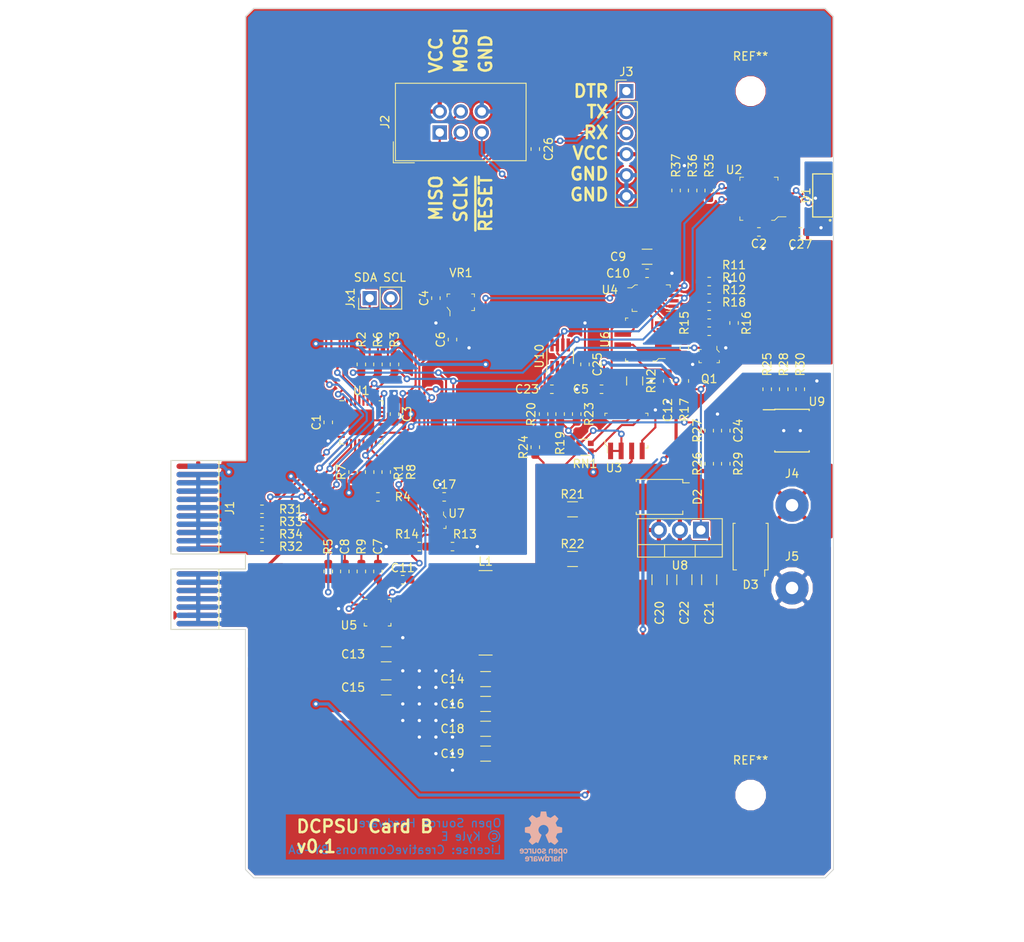
<source format=kicad_pcb>
(kicad_pcb (version 20171130) (host pcbnew 5.0.2+dfsg1-1)
  (title_block (date 2020-09-04) (rev v0.1) (comment 2 "License: CC BY-SA") (comment 3 https://www.eevblog.com/projects/usupply/) (comment 4 "Based on EEVblog's µSupply project"))
  (layers (0 F.Cu signal) (31 B.Cu signal) (34 B.Paste user) (35 F.Paste user) (36 B.SilkS user) (37 F.SilkS user) (38 B.Mask user) (39 F.Mask user) (44 Edge.Cuts user))
  (net 0 "")
  (net 1 +5V)
  (net 2 GND)
  (net 3 +24V)
  (net 4 /SHUNT+)
  (net 5 /SHUNT-)
  (net 6 /ADC-VOUT)
  (net 7 CARD-MISO)
  (net 8 CARD-SCLK)
  (net 9 CARD-MOSI)
  (net 10 /CLIM)
  (net 11 /PWR-EN)
  (net 12 /PWR-PWM)
  (net 13 "Net-(R10-Pad2)")
  (net 14 "Net-(R13-Pad2)")
  (net 15 "Net-(R14-Pad2)")
  (net 16 "Net-(R19-Pad2)")
  (net 17 "Net-(U1-Pad1)")
  (net 18 "Net-(U1-Pad2)")
  (net 19 "Net-(U1-Pad3)")
  (net 20 "Net-(U1-Pad6)")
  (net 21 "Net-(U1-Pad7)")
  (net 22 "Net-(U1-Pad8)")
  (net 23 CARD-SS)
  (net 24 "Net-(U1-Pad13)")
  (net 25 "Net-(U1-Pad16)")
  (net 26 "Net-(U1-Pad17)")
  (net 27 "Net-(U1-Pad19)")
  (net 28 "Net-(U1-Pad22)")
  (net 29 "Net-(U1-Pad23)")
  (net 30 "Net-(U1-Pad24)")
  (net 31 "Net-(U1-Pad32)")
  (net 32 /ISET)
  (net 33 /VSET)
  (net 34 "Net-(C21-Pad1)")
  (net 35 "Net-(Q1-Pad2)")
  (net 36 /VREF)
  (net 37 "Net-(RN1-Pad4)")
  (net 38 "Net-(RN1-Pad3)")
  (net 39 "Net-(RN1-Pad1)")
  (net 40 "Net-(RN2-Pad4)")
  (net 41 "Net-(D1-Pad2)")
  (net 42 "Net-(U4-Pad6)")
  (net 43 "Net-(D1-Pad4)")
  (net 44 "Net-(D1-Pad6)")
  (net 45 "Net-(C7-Pad2)")
  (net 46 "Net-(C8-Pad1)")
  (net 47 "Net-(C11-Pad2)")
  (net 48 "Net-(C11-Pad1)")
  (net 49 VOUT)
  (net 50 "Net-(C23-Pad1)")
  (net 51 "Net-(C23-Pad2)")
  (net 52 ~RESET)
  (net 53 "Net-(C26-Pad2)")
  (net 54 "Net-(J1-PadB2)")
  (net 55 "Net-(J1-PadB3)")
  (net 56 "Net-(J1-PadB4)")
  (net 57 "Net-(J1-PadB5)")
  (net 58 "Net-(J1-PadB6)")
  (net 59 "Net-(J1-PadB7)")
  (net 60 "Net-(J1-PadB8)")
  (net 61 "Net-(J1-PadB9)")
  (net 62 "Net-(J1-PadB10)")
  (net 63 "Net-(J1-PadB11)")
  (net 64 UART-TX)
  (net 65 UART-RX)
  (net 66 SDA)
  (net 67 SCL)
  (net 68 "Net-(R7-Pad2)")
  (net 69 "Net-(R8-Pad2)")
  (net 70 "Net-(R10-Pad1)")
  (net 71 "Net-(R15-Pad2)")
  (net 72 "Net-(R17-Pad2)")
  (net 73 "Net-(R20-Pad2)")
  (net 74 "Net-(R25-Pad1)")
  (net 75 "Net-(R35-Pad2)")
  (net 76 "Net-(R35-Pad1)")
  (net 77 "Net-(R36-Pad1)")
  (module digikey-footprints:SOT-23-6 (layer F.Cu) (at 95 65.5)
    (fp_text reference VR1 (at 0.025 -3.55) (layer F.SilkS))
    (fp_text value MCP1501T-20E)
    (pad 3 smd rect (at 0.95 1.35) (size 0.55 1) (layers F.Cu F.Paste F.Mask) (net 2 GND))
    (pad 2 smd rect (at 0 1.35) (size 0.55 1) (layers F.Cu F.Paste F.Mask) (net 2 GND))
    (pad 1 smd rect (at -0.95 1.35) (size 0.55 1) (layers F.Cu F.Paste F.Mask) (net 36 /VREF))
    (pad 4 smd rect (at 0.95 -1.35) (size 0.55 1) (layers F.Cu F.Paste F.Mask) (net 2 GND))
    (pad 5 smd rect (at 0 -1.35) (size 0.55 1) (layers F.Cu F.Paste F.Mask) (net 2 GND))
    (pad 6 smd rect (at -0.95 -1.35) (size 0.55 1) (layers F.Cu F.Paste F.Mask) (net 1 +5V))
  )
  (module custom-footprints:L_Pad4.05x4.4mm_LMLP1011 (layer F.Cu) (at 98 103)
    (fp_text reference L1 (at 0 -6.2) (layer F.SilkS))
    (fp_text value 10uH)
    (pad 1 smd roundrect (at -4.725 0) (size 4.05 4.4) (layers F.Cu F.Paste F.Mask) (roundrect_rratio 0.078) (net 47 "Net-(C11-Pad2)"))
    (pad 2 smd roundrect (at 4.725 0) (size 4.05 4.4) (layers F.Cu F.Paste F.Mask) (roundrect_rratio 0.078) (net 4 /SHUNT+))
  )
  (module Capacitor_SMD:C_0603_1608Metric_Pad1.05x0.95mm_HandSolder (layer F.Cu) (at 79 80 90)
    (fp_text reference C1 (at 0 -1.43 90) (layer F.SilkS))
    (fp_text value 0.1u)
    (pad 1 smd roundrect (at -0.875 0 90) (size 1.05 0.95) (layers F.Cu F.Paste F.Mask) (net 2 GND))
    (pad 2 smd roundrect (at 0.875 0 90) (size 1.05 0.95) (layers F.Cu F.Paste F.Mask) (net 1 +5V))
  )
  (module Capacitor_SMD:C_0603_1608Metric_Pad1.05x0.95mm_HandSolder (layer F.Cu) (at 131 57 180)
    (fp_text reference C2 (at 0 -1.43 180) (layer F.SilkS))
    (fp_text value 1u)
    (pad 2 smd roundrect (at 0.875 0 180) (size 1.05 0.95) (layers F.Cu F.Paste F.Mask) (net 1 +5V))
    (pad 1 smd roundrect (at -0.875 0 180) (size 1.05 0.95) (layers F.Cu F.Paste F.Mask) (net 2 GND))
  )
  (module Capacitor_SMD:C_0603_1608Metric_Pad1.05x0.95mm_HandSolder (layer F.Cu) (at 87 79 90)
    (fp_text reference C3 (at 0 1.5 90) (layer F.SilkS))
    (fp_text value 0.1u)
    (pad 2 smd roundrect (at 0.875 0 90) (size 1.05 0.95) (layers F.Cu F.Paste F.Mask) (net 2 GND))
    (pad 1 smd roundrect (at -0.875 0 90) (size 1.05 0.95) (layers F.Cu F.Paste F.Mask) (net 1 +5V))
  )
  (module Capacitor_SMD:C_0603_1608Metric_Pad1.05x0.95mm_HandSolder (layer F.Cu) (at 92 65 90)
    (fp_text reference C4 (at 0 -1.43 90) (layer F.SilkS))
    (fp_text value 0.1u)
    (pad 1 smd roundrect (at -0.875 0 90) (size 1.05 0.95) (layers F.Cu F.Paste F.Mask) (net 2 GND))
    (pad 2 smd roundrect (at 0.875 0 90) (size 1.05 0.95) (layers F.Cu F.Paste F.Mask) (net 1 +5V))
  )
  (module Capacitor_SMD:C_0603_1608Metric_Pad1.05x0.95mm_HandSolder (layer F.Cu) (at 112 76 180)
    (fp_text reference C5 (at 2.5 0 180) (layer F.SilkS))
    (fp_text value 0.1u)
    (pad 2 smd roundrect (at 0.875 0 180) (size 1.05 0.95) (layers F.Cu F.Paste F.Mask) (net 2 GND))
    (pad 1 smd roundrect (at -0.875 0 180) (size 1.05 0.95) (layers F.Cu F.Paste F.Mask) (net 3 +24V))
  )
  (module Capacitor_SMD:C_0603_1608Metric_Pad1.05x0.95mm_HandSolder (layer F.Cu) (at 85 98 270)
    (fp_text reference C7 (at -3 0 270) (layer F.SilkS))
    (fp_text value 1u)
    (pad 1 smd roundrect (at -0.875 0 270) (size 1.05 0.95) (layers F.Cu F.Paste F.Mask) (net 2 GND))
    (pad 2 smd roundrect (at 0.875 0 270) (size 1.05 0.95) (layers F.Cu F.Paste F.Mask) (net 45 "Net-(C7-Pad2)"))
  )
  (module Capacitor_SMD:C_1206_3216Metric_Pad1.42x1.75mm_HandSolder (layer F.Cu) (at 86 108)
    (fp_text reference C13 (at -4 0) (layer F.SilkS))
    (fp_text value 10u)
    (pad 2 smd roundrect (at 1.4875 0) (size 1.425 1.75) (layers F.Cu F.Paste F.Mask) (roundrect_rratio 0.175439) (net 2 GND))
    (pad 1 smd roundrect (at -1.4875 0) (size 1.425 1.75) (layers F.Cu F.Paste F.Mask) (roundrect_rratio 0.175439) (net 3 +24V))
  )
  (module Capacitor_SMD:C_1206_3216Metric_Pad1.42x1.75mm_HandSolder (layer F.Cu) (at 86 112)
    (fp_text reference C15 (at -4 0) (layer F.SilkS))
    (fp_text value 10u)
    (pad 2 smd roundrect (at 1.4875 0) (size 1.425 1.75) (layers F.Cu F.Paste F.Mask) (roundrect_rratio 0.175439) (net 2 GND))
    (pad 1 smd roundrect (at -1.4875 0) (size 1.425 1.75) (layers F.Cu F.Paste F.Mask) (roundrect_rratio 0.175439) (net 3 +24V))
  )
  (module Capacitor_SMD:C_1206_3216Metric_Pad1.42x1.75mm_HandSolder (layer F.Cu) (at 98 117 180)
    (fp_text reference C18 (at 4 0 180) (layer F.SilkS))
    (fp_text value 22u)
    (pad 1 smd roundrect (at -1.4875 0 180) (size 1.425 1.75) (layers F.Cu F.Paste F.Mask) (roundrect_rratio 0.175439) (net 4 /SHUNT+))
    (pad 2 smd roundrect (at 1.4875 0 180) (size 1.425 1.75) (layers F.Cu F.Paste F.Mask) (roundrect_rratio 0.175439) (net 2 GND))
  )
  (module Capacitor_SMD:C_1206_3216Metric_Pad1.42x1.75mm_HandSolder (layer F.Cu) (at 98 120 180)
    (fp_text reference C19 (at 4 0 180) (layer F.SilkS))
    (fp_text value 22u)
    (pad 2 smd roundrect (at 1.4875 0 180) (size 1.425 1.75) (layers F.Cu F.Paste F.Mask) (roundrect_rratio 0.175439) (net 2 GND))
    (pad 1 smd roundrect (at -1.4875 0 180) (size 1.425 1.75) (layers F.Cu F.Paste F.Mask) (roundrect_rratio 0.175439) (net 4 /SHUNT+))
  )
  (module custom-footprints:TO-277B-MBR860S (layer F.Cu) (at 119 89 270)
    (fp_text reference D2 (at 0 -4.6 90) (layer F.SilkS))
    (fp_text value D_Schottky)
    (pad 2 smd rect (at 0.97 -3.15 270) (size 0.95 1) (layers F.Cu F.Paste F.Mask) (net 49 VOUT))
    (pad 1 smd rect (at 0 1.2 270) (size 3.2 4.9) (layers F.Cu F.Mask) (net 5 /SHUNT-))
    (pad 2 smd rect (at -0.97 -3.15 270) (size 0.95 1) (layers F.Cu F.Paste F.Mask) (net 49 VOUT))
  )
  (module Resistor_SMD:R_0603_1608Metric_Pad1.05x0.95mm_HandSolder (layer F.Cu) (at 84 86 270)
    (fp_text reference R1 (at 0 -3.5 270) (layer F.SilkS))
    (fp_text value 10k)
    (pad 2 smd roundrect (at 0.875 0 270) (size 1.05 0.95) (layers F.Cu F.Paste F.Mask) (net 1 +5V))
    (pad 1 smd roundrect (at -0.875 0 270) (size 1.05 0.95) (layers F.Cu F.Paste F.Mask) (net 52 ~RESET))
  )
  (module Resistor_SMD:R_0603_1608Metric_Pad1.05x0.95mm_HandSolder (layer F.Cu) (at 83 73 90)
    (fp_text reference R2 (at 3 0 90) (layer F.SilkS))
    (fp_text value 10k)
    (pad 1 smd roundrect (at -0.875 0 90) (size 1.05 0.95) (layers F.Cu F.Paste F.Mask) (net 66 SDA))
    (pad 2 smd roundrect (at 0.875 0 90) (size 1.05 0.95) (layers F.Cu F.Paste F.Mask) (net 1 +5V))
  )
  (module Resistor_SMD:R_0603_1608Metric_Pad1.05x0.95mm_HandSolder (layer F.Cu) (at 87 73 90)
    (fp_text reference R3 (at 3 0 90) (layer F.SilkS))
    (fp_text value 10k)
    (pad 1 smd roundrect (at -0.875 0 90) (size 1.05 0.95) (layers F.Cu F.Paste F.Mask) (net 67 SCL))
    (pad 2 smd roundrect (at 0.875 0 90) (size 1.05 0.95) (layers F.Cu F.Paste F.Mask) (net 1 +5V))
  )
  (module Resistor_SMD:R_0603_1608Metric_Pad1.05x0.95mm_HandSolder (layer F.Cu) (at 85 89 180)
    (fp_text reference R4 (at -3 0 180) (layer F.SilkS))
    (fp_text value 10k)
    (pad 1 smd roundrect (at -0.875 0 180) (size 1.05 0.95) (layers F.Cu F.Paste F.Mask) (net 10 /CLIM))
    (pad 2 smd roundrect (at 0.875 0 180) (size 1.05 0.95) (layers F.Cu F.Paste F.Mask) (net 1 +5V))
  )
  (module Resistor_SMD:R_0603_1608Metric_Pad1.05x0.95mm_HandSolder (layer F.Cu) (at 79 98 270)
    (fp_text reference R5 (at -3 0 270) (layer F.SilkS))
    (fp_text value 10k)
    (pad 2 smd roundrect (at 0.875 0 270) (size 1.05 0.95) (layers F.Cu F.Paste F.Mask) (net 12 /PWR-PWM))
    (pad 1 smd roundrect (at -0.875 0 270) (size 1.05 0.95) (layers F.Cu F.Paste F.Mask) (net 2 GND))
  )
  (module Resistor_SMD:R_0603_1608Metric_Pad1.05x0.95mm_HandSolder (layer F.Cu) (at 85 73 270)
    (fp_text reference R6 (at -3 0 270) (layer F.SilkS))
    (fp_text value 10k)
    (pad 2 smd roundrect (at 0.875 0 270) (size 1.05 0.95) (layers F.Cu F.Paste F.Mask) (net 11 /PWR-EN))
    (pad 1 smd roundrect (at -0.875 0 270) (size 1.05 0.95) (layers F.Cu F.Paste F.Mask) (net 2 GND))
  )
  (module Resistor_SMD:R_0603_1608Metric_Pad1.05x0.95mm_HandSolder (layer F.Cu) (at 82 86 90)
    (fp_text reference R7 (at 0 -1.43 90) (layer F.SilkS))
    (fp_text value 100)
    (pad 1 smd roundrect (at -0.875 0 90) (size 1.05 0.95) (layers F.Cu F.Paste F.Mask) (net 36 /VREF))
    (pad 2 smd roundrect (at 0.875 0 90) (size 1.05 0.95) (layers F.Cu F.Paste F.Mask) (net 68 "Net-(R7-Pad2)"))
  )
  (module Resistor_SMD:R_0603_1608Metric_Pad1.05x0.95mm_HandSolder (layer F.Cu) (at 86 86 90)
    (fp_text reference R8 (at 0 3 90) (layer F.SilkS))
    (fp_text value 100)
    (pad 2 smd roundrect (at 0.875 0 90) (size 1.05 0.95) (layers F.Cu F.Paste F.Mask) (net 69 "Net-(R8-Pad2)"))
    (pad 1 smd roundrect (at -0.875 0 90) (size 1.05 0.95) (layers F.Cu F.Paste F.Mask) (net 10 /CLIM))
  )
  (module Resistor_SMD:R_0603_1608Metric_Pad1.05x0.95mm_HandSolder (layer F.Cu) (at 83 98 270)
    (fp_text reference R9 (at -3 0 270) (layer F.SilkS))
    (fp_text value 2k)
    (pad 1 smd roundrect (at -0.875 0 270) (size 1.05 0.95) (layers F.Cu F.Paste F.Mask) (net 1 +5V))
    (pad 2 smd roundrect (at 0.875 0 270) (size 1.05 0.95) (layers F.Cu F.Paste F.Mask) (net 45 "Net-(C7-Pad2)"))
  )
  (module Resistor_SMD:R_0603_1608Metric_Pad1.05x0.95mm_HandSolder (layer F.Cu) (at 125 65)
    (fp_text reference R10 (at 3 -2.5) (layer F.SilkS))
    (fp_text value 18k)
    (pad 2 smd roundrect (at 0.875 0) (size 1.05 0.95) (layers F.Cu F.Paste F.Mask) (net 13 "Net-(R10-Pad2)"))
    (pad 1 smd roundrect (at -0.875 0) (size 1.05 0.95) (layers F.Cu F.Paste F.Mask) (net 70 "Net-(R10-Pad1)"))
  )
  (module Resistor_SMD:R_0603_1608Metric_Pad1.05x0.95mm_HandSolder (layer F.Cu) (at 125 63 180)
    (fp_text reference R11 (at -3 2 180) (layer F.SilkS))
    (fp_text value 1k)
    (pad 2 smd roundrect (at 0.875 0 180) (size 1.05 0.95) (layers F.Cu F.Paste F.Mask) (net 70 "Net-(R10-Pad1)"))
    (pad 1 smd roundrect (at -0.875 0 180) (size 1.05 0.95) (layers F.Cu F.Paste F.Mask) (net 2 GND))
  )
  (module Resistor_SMD:R_0603_1608Metric_Pad1.05x0.95mm_HandSolder (layer F.Cu) (at 125 67)
    (fp_text reference R12 (at 3 -3) (layer F.SilkS))
    (fp_text value 18k)
    (pad 1 smd roundrect (at -0.875 0) (size 1.05 0.95) (layers F.Cu F.Paste F.Mask) (net 70 "Net-(R10-Pad1)"))
    (pad 2 smd roundrect (at 0.875 0) (size 1.05 0.95) (layers F.Cu F.Paste F.Mask) (net 13 "Net-(R10-Pad2)"))
  )
  (module Resistor_SMD:R_0603_1608Metric_Pad1.05x0.95mm_HandSolder (layer F.Cu) (at 94 95 180)
    (fp_text reference R13 (at -1.5 1.5 180) (layer F.SilkS))
    (fp_text value 2k)
    (pad 2 smd roundrect (at 0.875 0 180) (size 1.05 0.95) (layers F.Cu F.Paste F.Mask) (net 14 "Net-(R13-Pad2)"))
    (pad 1 smd roundrect (at -0.875 0 180) (size 1.05 0.95) (layers F.Cu F.Paste F.Mask) (net 2 GND))
  )
  (module Resistor_SMD:R_0603_1608Metric_Pad1.05x0.95mm_HandSolder (layer F.Cu) (at 90 95 180)
    (fp_text reference R14 (at 1.5 1.5 180) (layer F.SilkS))
    (fp_text value 2k)
    (pad 1 smd roundrect (at -0.875 0 180) (size 1.05 0.95) (layers F.Cu F.Paste F.Mask) (net 14 "Net-(R13-Pad2)"))
    (pad 2 smd roundrect (at 0.875 0 180) (size 1.05 0.95) (layers F.Cu F.Paste F.Mask) (net 15 "Net-(R14-Pad2)"))
  )
  (module Resistor_SMD:R_0603_1608Metric_Pad1.05x0.95mm_HandSolder (layer F.Cu) (at 122 71 270)
    (fp_text reference R15 (at -3 0 270) (layer F.SilkS))
    (fp_text value 10k)
    (pad 2 smd roundrect (at 0.875 0 270) (size 1.05 0.95) (layers F.Cu F.Paste F.Mask) (net 71 "Net-(R15-Pad2)"))
    (pad 1 smd roundrect (at -0.875 0 270) (size 1.05 0.95) (layers F.Cu F.Paste F.Mask) (net 35 "Net-(Q1-Pad2)"))
  )
  (module Resistor_SMD:R_0603_1608Metric_Pad1.05x0.95mm_HandSolder (layer F.Cu) (at 128 68 90)
    (fp_text reference R16 (at 0 1.5 90) (layer F.SilkS))
    (fp_text value 100)
    (pad 1 smd roundrect (at -0.875 0 90) (size 1.05 0.95) (layers F.Cu F.Paste F.Mask) (net 34 "Net-(C21-Pad1)"))
    (pad 2 smd roundrect (at 0.875 0 90) (size 1.05 0.95) (layers F.Cu F.Paste F.Mask) (net 13 "Net-(R10-Pad2)"))
  )
  (module Resistor_SMD:R_0603_1608Metric_Pad1.05x0.95mm_HandSolder (layer F.Cu) (at 122 75 90)
    (fp_text reference R17 (at -3.5 0 90) (layer F.SilkS))
    (fp_text value 1k)
    (pad 2 smd roundrect (at 0.875 0 90) (size 1.05 0.95) (layers F.Cu F.Paste F.Mask) (net 72 "Net-(R17-Pad2)"))
    (pad 1 smd roundrect (at -0.875 0 90) (size 1.05 0.95) (layers F.Cu F.Paste F.Mask) (net 34 "Net-(C21-Pad1)"))
  )
  (module Resistor_SMD:R_0603_1608Metric_Pad1.05x0.95mm_HandSolder (layer F.Cu) (at 125 69)
    (fp_text reference R18 (at 3 -3.5) (layer F.SilkS))
    (fp_text value 10k)
    (pad 1 smd roundrect (at -0.875 0) (size 1.05 0.95) (layers F.Cu F.Paste F.Mask) (net 35 "Net-(Q1-Pad2)"))
    (pad 2 smd roundrect (at 0.875 0) (size 1.05 0.95) (layers F.Cu F.Paste F.Mask) (net 2 GND))
  )
  (module Resistor_SMD:R_0603_1608Metric_Pad1.05x0.95mm_HandSolder (layer F.Cu) (at 107 79 90)
    (fp_text reference R19 (at -3.5 0 90) (layer F.SilkS))
    (fp_text value 2k)
    (pad 2 smd roundrect (at 0.875 0 90) (size 1.05 0.95) (layers F.Cu F.Paste F.Mask) (net 16 "Net-(R19-Pad2)"))
    (pad 1 smd roundrect (at -0.875 0 90) (size 1.05 0.95) (layers F.Cu F.Paste F.Mask) (net 5 /SHUNT-))
  )
  (module Resistor_SMD:R_1206_3216Metric_Pad1.42x1.75mm_HandSolder (layer F.Cu) (at 108.5 90.5)
    (fp_text reference R21 (at 0 -1.82) (layer F.SilkS))
    (fp_text value 200m)
    (pad 1 smd roundrect (at -1.4875 0) (size 1.425 1.75) (layers F.Cu F.Paste F.Mask) (roundrect_rratio 0.175439) (net 4 /SHUNT+))
    (pad 2 smd roundrect (at 1.4875 0) (size 1.425 1.75) (layers F.Cu F.Paste F.Mask) (roundrect_rratio 0.175439) (net 5 /SHUNT-))
  )
  (module Resistor_SMD:R_0603_1608Metric_Pad1.05x0.95mm_HandSolder (layer F.Cu) (at 104 83 90)
    (fp_text reference R24 (at 0 -1.43 90) (layer F.SilkS))
    (fp_text value 10)
    (pad 1 smd roundrect (at -0.875 0 90) (size 1.05 0.95) (layers F.Cu F.Paste F.Mask) (net 4 /SHUNT+))
    (pad 2 smd roundrect (at 0.875 0 90) (size 1.05 0.95) (layers F.Cu F.Paste F.Mask) (net 50 "Net-(C23-Pad1)"))
  )
  (module Resistor_SMD:R_0603_1608Metric_Pad1.05x0.95mm_HandSolder (layer F.Cu) (at 132 76 90)
    (fp_text reference R25 (at 3 0 90) (layer F.SilkS))
    (fp_text value 100)
    (pad 2 smd roundrect (at 0.875 0 90) (size 1.05 0.95) (layers F.Cu F.Paste F.Mask) (net 2 GND))
    (pad 1 smd roundrect (at -0.875 0 90) (size 1.05 0.95) (layers F.Cu F.Paste F.Mask) (net 74 "Net-(R25-Pad1)"))
  )
  (module Resistor_SMD:R_0603_1608Metric_Pad1.05x0.95mm_HandSolder (layer F.Cu) (at 125 85 90)
    (fp_text reference R26 (at 0 -1.43 90) (layer F.SilkS))
    (fp_text value "18k 0.1%")
    (pad 2 smd roundrect (at 0.875 0 90) (size 1.05 0.95) (layers F.Cu F.Paste F.Mask) (net 6 /ADC-VOUT))
    (pad 1 smd roundrect (at -0.875 0 90) (size 1.05 0.95) (layers F.Cu F.Paste F.Mask) (net 49 VOUT))
  )
  (module Resistor_SMD:R_0603_1608Metric_Pad1.05x0.95mm_HandSolder (layer F.Cu) (at 125 81 90)
    (fp_text reference R27 (at 0 -1.43 90) (layer F.SilkS))
    (fp_text value "18k 0.1%")
    (pad 2 smd roundrect (at 0.875 0 90) (size 1.05 0.95) (layers F.Cu F.Paste F.Mask) (net 2 GND))
    (pad 1 smd roundrect (at -0.875 0 90) (size 1.05 0.95) (layers F.Cu F.Paste F.Mask) (net 6 /ADC-VOUT))
  )
  (module Resistor_SMD:R_0603_1608Metric_Pad1.05x0.95mm_HandSolder (layer F.Cu) (at 134 76 90)
    (fp_text reference R28 (at 3 0 90) (layer F.SilkS))
    (fp_text value 100)
    (pad 1 smd roundrect (at -0.875 0 90) (size 1.05 0.95) (layers F.Cu F.Paste F.Mask) (net 74 "Net-(R25-Pad1)"))
    (pad 2 smd roundrect (at 0.875 0 90) (size 1.05 0.95) (layers F.Cu F.Paste F.Mask) (net 2 GND))
  )
  (module Resistor_SMD:R_0603_1608Metric_Pad1.05x0.95mm_HandSolder (layer F.Cu) (at 127 85 90)
    (fp_text reference R29 (at 0 1.5 90) (layer F.SilkS))
    (fp_text value "18k 0.1%")
    (pad 1 smd roundrect (at -0.875 0 90) (size 1.05 0.95) (layers F.Cu F.Paste F.Mask) (net 49 VOUT))
    (pad 2 smd roundrect (at 0.875 0 90) (size 1.05 0.95) (layers F.Cu F.Paste F.Mask) (net 6 /ADC-VOUT))
  )
  (module Package_DFN_QFN:QFN-32-1EP_5x5mm_P0.5mm_EP3.1x3.1mm (layer F.Cu) (at 83 80)
    (fp_text reference U1 (at 0 -3.82) (layer F.SilkS))
    (fp_text value ATtiny87-MU)
    (pad 33 smd roundrect (at 0 0) (size 3.1 3.1) (layers F.Cu F.Mask) (roundrect_rratio 0.08064499999999999) (net 2 GND))
    (pad 1 smd roundrect (at -2.4375 -1.75) (size 0.875 0.25) (layers F.Cu F.Paste F.Mask) (net 17 "Net-(U1-Pad1)"))
    (pad 2 smd roundrect (at -2.4375 -1.25) (size 0.875 0.25) (layers F.Cu F.Paste F.Mask) (net 18 "Net-(U1-Pad2)"))
    (pad 3 smd roundrect (at -2.4375 -0.75) (size 0.875 0.25) (layers F.Cu F.Paste F.Mask) (net 19 "Net-(U1-Pad3)"))
    (pad 4 smd roundrect (at -2.4375 -0.25) (size 0.875 0.25) (layers F.Cu F.Paste F.Mask) (net 1 +5V))
    (pad 5 smd roundrect (at -2.4375 0.25) (size 0.875 0.25) (layers F.Cu F.Paste F.Mask) (net 2 GND))
    (pad 6 smd roundrect (at -2.4375 0.75) (size 0.875 0.25) (layers F.Cu F.Paste F.Mask) (net 20 "Net-(U1-Pad6)"))
    (pad 7 smd roundrect (at -2.4375 1.25) (size 0.875 0.25) (layers F.Cu F.Paste F.Mask) (net 21 "Net-(U1-Pad7)"))
    (pad 8 smd roundrect (at -2.4375 1.75) (size 0.875 0.25) (layers F.Cu F.Paste F.Mask) (net 22 "Net-(U1-Pad8)"))
    (pad 9 smd roundrect (at -1.75 2.4375) (size 0.25 0.875) (layers F.Cu F.Paste F.Mask) (net 9 CARD-MOSI))
    (pad 10 smd roundrect (at -1.25 2.4375) (size 0.25 0.875) (layers F.Cu F.Paste F.Mask) (net 8 CARD-SCLK))
    (pad 11 smd roundrect (at -0.75 2.4375) (size 0.25 0.875) (layers F.Cu F.Paste F.Mask) (net 23 CARD-SS))
    (pad 12 smd roundrect (at -0.25 2.4375) (size 0.25 0.875) (layers F.Cu F.Paste F.Mask) (net 68 "Net-(R7-Pad2)"))
    (pad 13 smd roundrect (at 0.25 2.4375) (size 0.25 0.875) (layers F.Cu F.Paste F.Mask) (net 24 "Net-(U1-Pad13)"))
    (pad 14 smd roundrect (at 0.75 2.4375) (size 0.25 0.875) (layers F.Cu F.Paste F.Mask) (net 52 ~RESET))
    (pad 15 smd roundrect (at 1.25 2.4375) (size 0.25 0.875) (layers F.Cu F.Paste F.Mask) (net 69 "Net-(R8-Pad2)"))
    (pad 16 smd roundrect (at 1.75 2.4375) (size 0.25 0.875) (layers F.Cu F.Paste F.Mask) (net 25 "Net-(U1-Pad16)"))
    (pad 17 smd roundrect (at 2.4375 1.75) (size 0.875 0.25) (layers F.Cu F.Paste F.Mask) (net 26 "Net-(U1-Pad17)"))
    (pad 18 smd roundrect (at 2.4375 1.25) (size 0.875 0.25) (layers F.Cu F.Paste F.Mask) (net 6 /ADC-VOUT))
    (pad 19 smd roundrect (at 2.4375 0.75) (size 0.875 0.25) (layers F.Cu F.Paste F.Mask) (net 27 "Net-(U1-Pad19)"))
    (pad 20 smd roundrect (at 2.4375 0.25) (size 0.875 0.25) (layers F.Cu F.Paste F.Mask) (net 1 +5V))
    (pad 21 smd roundrect (at 2.4375 -0.25) (size 0.875 0.25) (layers F.Cu F.Paste F.Mask) (net 2 GND))
    (pad 22 smd roundrect (at 2.4375 -0.75) (size 0.875 0.25) (layers F.Cu F.Paste F.Mask) (net 28 "Net-(U1-Pad22)"))
    (pad 23 smd roundrect (at 2.4375 -1.25) (size 0.875 0.25) (layers F.Cu F.Paste F.Mask) (net 29 "Net-(U1-Pad23)"))
    (pad 24 smd roundrect (at 2.4375 -1.75) (size 0.875 0.25) (layers F.Cu F.Paste F.Mask) (net 30 "Net-(U1-Pad24)"))
    (pad 25 smd roundrect (at 1.75 -2.4375) (size 0.25 0.875) (layers F.Cu F.Paste F.Mask) (net 12 /PWR-PWM))
    (pad 26 smd roundrect (at 1.25 -2.4375) (size 0.25 0.875) (layers F.Cu F.Paste F.Mask) (net 67 SCL))
    (pad 27 smd roundrect (at 0.75 -2.4375) (size 0.25 0.875) (layers F.Cu F.Paste F.Mask) (net 11 /PWR-EN))
    (pad 28 smd roundrect (at 0.25 -2.4375) (size 0.25 0.875) (layers F.Cu F.Paste F.Mask) (net 66 SDA))
    (pad 29 smd roundrect (at -0.25 -2.4375) (size 0.25 0.875) (layers F.Cu F.Paste F.Mask) (net 65 UART-RX))
    (pad 30 smd roundrect (at -0.75 -2.4375) (size 0.25 0.875) (layers F.Cu F.Paste F.Mask) (net 64 UART-TX))
    (pad 31 smd roundrect (at -1.25 -2.4375) (size 0.25 0.875) (layers F.Cu F.Paste F.Mask) (net 7 CARD-MISO))
    (pad 32 smd roundrect (at -1.75 -2.4375) (size 0.25 0.875) (layers F.Cu F.Paste F.Mask) (net 31 "Net-(U1-Pad32)"))
  )
  (module Capacitor_SMD:C_0603_1608Metric_Pad1.05x0.95mm_HandSolder (layer F.Cu) (at 106 76)
    (fp_text reference C23 (at -3 0) (layer F.SilkS))
    (fp_text value 0.1u)
    (pad 1 smd roundrect (at -0.875 0) (size 1.05 0.95) (layers F.Cu F.Paste F.Mask) (net 50 "Net-(C23-Pad1)"))
    (pad 2 smd roundrect (at 0.875 0) (size 1.05 0.95) (layers F.Cu F.Paste F.Mask) (net 51 "Net-(C23-Pad2)"))
  )
  (module Resistor_SMD:R_Array_Convex_2x0606 (layer F.Cu) (at 110 83)
    (fp_text reference RN1 (at 0 2) (layer F.SilkS))
    (fp_text value "1k 0.05%")
    (pad 4 smd rect (at 0.7 -0.47) (size 0.7 0.64) (layers F.Cu F.Paste F.Mask) (net 37 "Net-(RN1-Pad4)"))
    (pad 3 smd rect (at 0.7 0.47) (size 0.7 0.64) (layers F.Cu F.Paste F.Mask) (net 38 "Net-(RN1-Pad3)"))
    (pad 2 smd rect (at -0.7 0.47) (size 0.7 0.64) (layers F.Cu F.Paste F.Mask) (net 4 /SHUNT+))
    (pad 1 smd rect (at -0.7 -0.47) (size 0.7 0.64) (layers F.Cu F.Paste F.Mask) (net 39 "Net-(RN1-Pad1)"))
  )
  (module Resistor_SMD:R_Array_Convex_2x0606 (layer F.Cu) (at 116 75 90)
    (fp_text reference RN2 (at 0 2 90) (layer F.SilkS))
    (fp_text value "10k 0.05%")
    (pad 1 smd rect (at -0.7 -0.47 90) (size 0.7 0.64) (layers F.Cu F.Paste F.Mask) (net 37 "Net-(RN1-Pad4)"))
    (pad 2 smd rect (at -0.7 0.47 90) (size 0.7 0.64) (layers F.Cu F.Paste F.Mask) (net 38 "Net-(RN1-Pad3)"))
    (pad 3 smd rect (at 0.7 0.47 90) (size 0.7 0.64) (layers F.Cu F.Paste F.Mask) (net 2 GND))
    (pad 4 smd rect (at 0.7 -0.47 90) (size 0.7 0.64) (layers F.Cu F.Paste F.Mask) (net 40 "Net-(RN2-Pad4)"))
  )
  (module Capacitor_SMD:C_0603_1608Metric_Pad1.05x0.95mm_HandSolder (layer F.Cu) (at 127 81 90)
    (fp_text reference C24 (at 0 1.5 90) (layer F.SilkS))
    (fp_text value 0.1u)
    (pad 1 smd roundrect (at -0.875 0 90) (size 1.05 0.95) (layers F.Cu F.Paste F.Mask) (net 6 /ADC-VOUT))
    (pad 2 smd roundrect (at 0.875 0 90) (size 1.05 0.95) (layers F.Cu F.Paste F.Mask) (net 2 GND))
  )
  (module custom-footprints:TO-277B-MBR860S (layer F.Cu) (at 130 95 180)
    (fp_text reference D3 (at 0 -4.6) (layer F.SilkS))
    (fp_text value D_Schottky)
    (pad 2 smd rect (at -0.97 -3.15 180) (size 0.95 1) (layers F.Cu F.Paste F.Mask) (net 2 GND))
    (pad 1 smd rect (at 0 1.2 180) (size 3.2 4.9) (layers F.Cu F.Mask) (net 49 VOUT))
    (pad 2 smd rect (at 0.97 -3.15 180) (size 0.95 1) (layers F.Cu F.Paste F.Mask) (net 2 GND))
  )
  (module digikey-footprints:SOT-363 (layer F.Cu) (at 125 72 180)
    (fp_text reference Q1 (at 0 -2.75 180) (layer F.SilkS))
    (fp_text value SSM6N7002KFU,LF)
    (pad 6 smd rect (at -0.65 -0.95 180) (size 0.42 0.6) (layers F.Cu F.Paste F.Mask) (net 34 "Net-(C21-Pad1)"))
    (pad 5 smd rect (at 0 -0.95 180) (size 0.42 0.6) (layers F.Cu F.Paste F.Mask) (net 35 "Net-(Q1-Pad2)"))
    (pad 4 smd rect (at 0.65 -0.95 180) (size 0.42 0.6) (layers F.Cu F.Paste F.Mask) (net 2 GND))
    (pad 1 smd rect (at -0.65 0.95 180) (size 0.42 0.6) (layers F.Cu F.Paste F.Mask) (net 2 GND))
    (pad 2 smd rect (at 0 0.95 180) (size 0.42 0.6) (layers F.Cu F.Paste F.Mask) (net 35 "Net-(Q1-Pad2)"))
    (pad 3 smd rect (at 0.65 0.95 180) (size 0.42 0.6) (layers F.Cu F.Paste F.Mask) (net 10 /CLIM))
  )
  (module Capacitor_SMD:C_0603_1608Metric_Pad1.05x0.95mm_HandSolder (layer F.Cu) (at 94 70 90)
    (fp_text reference C6 (at 0 -1.43 90) (layer F.SilkS))
    (fp_text value 0.1u)
    (pad 1 smd roundrect (at -0.875 0 90) (size 1.05 0.95) (layers F.Cu F.Paste F.Mask) (net 2 GND))
    (pad 2 smd roundrect (at 0.875 0 90) (size 1.05 0.95) (layers F.Cu F.Paste F.Mask) (net 36 /VREF))
  )
  (module Capacitor_SMD:C_0603_1608Metric_Pad1.05x0.95mm_HandSolder (layer F.Cu) (at 117.5 62)
    (fp_text reference C10 (at -3.5 0) (layer F.SilkS))
    (fp_text value 0.1u)
    (pad 2 smd roundrect (at 0.875 0) (size 1.05 0.95) (layers F.Cu F.Paste F.Mask) (net 2 GND))
    (pad 1 smd roundrect (at -0.875 0) (size 1.05 0.95) (layers F.Cu F.Paste F.Mask) (net 1 +5V))
  )
  (module Capacitor_SMD:C_0603_1608Metric_Pad1.05x0.95mm_HandSolder (layer F.Cu) (at 88 99)
    (fp_text reference C11 (at 0 -1.43) (layer F.SilkS))
    (fp_text value 0.1u)
    (pad 2 smd roundrect (at 0.875 0) (size 1.05 0.95) (layers F.Cu F.Paste F.Mask) (net 47 "Net-(C11-Pad2)"))
    (pad 1 smd roundrect (at -0.875 0) (size 1.05 0.95) (layers F.Cu F.Paste F.Mask) (net 48 "Net-(C11-Pad1)"))
  )
  (module Capacitor_SMD:C_1206_3216Metric_Pad1.42x1.75mm_HandSolder (layer F.Cu) (at 98 111 180)
    (fp_text reference C14 (at 4 0 180) (layer F.SilkS))
    (fp_text value 22u)
    (pad 2 smd roundrect (at 1.4875 0 180) (size 1.425 1.75) (layers F.Cu F.Paste F.Mask) (roundrect_rratio 0.175439) (net 2 GND))
    (pad 1 smd roundrect (at -1.4875 0 180) (size 1.425 1.75) (layers F.Cu F.Paste F.Mask) (roundrect_rratio 0.175439) (net 4 /SHUNT+))
  )
  (module Capacitor_SMD:C_1206_3216Metric_Pad1.42x1.75mm_HandSolder (layer F.Cu) (at 119 99 270)
    (fp_text reference C20 (at 4 0 270) (layer F.SilkS))
    (fp_text value 10u)
    (pad 1 smd roundrect (at -1.4875 0 270) (size 1.425 1.75) (layers F.Cu F.Paste F.Mask) (roundrect_rratio 0.175439) (net 5 /SHUNT-))
    (pad 2 smd roundrect (at 1.4875 0 270) (size 1.425 1.75) (layers F.Cu F.Paste F.Mask) (roundrect_rratio 0.175439) (net 2 GND))
  )
  (module Capacitor_SMD:C_1206_3216Metric_Pad1.42x1.75mm_HandSolder (layer F.Cu) (at 125 99 270)
    (fp_text reference C21 (at 4 0 270) (layer F.SilkS))
    (fp_text value 10u)
    (pad 1 smd roundrect (at -1.4875 0 270) (size 1.425 1.75) (layers F.Cu F.Paste F.Mask) (roundrect_rratio 0.175439) (net 34 "Net-(C21-Pad1)"))
    (pad 2 smd roundrect (at 1.4875 0 270) (size 1.425 1.75) (layers F.Cu F.Paste F.Mask) (roundrect_rratio 0.175439) (net 2 GND))
  )
  (module custom-footprints:QLS6B-FKW (layer F.Cu) (at 138.7 52.6 270)
    (fp_text reference D1 (at 0 2 270) (layer F.SilkS))
    (fp_text value QLS6B-FKW)
    (pad 5 smd rect (at -1.07 0 270) (size 0.4 0.8) (layers F.Cu F.Paste F.Mask) (net 1 +5V))
    (pad 4 smd rect (at -0.39 0 270) (size 0.4 0.8) (layers F.Cu F.Paste F.Mask) (net 43 "Net-(D1-Pad4)"))
    (pad 3 smd rect (at 0.39 0 270) (size 0.4 0.8) (layers F.Cu F.Paste F.Mask) (net 1 +5V))
    (pad 2 smd rect (at 1.07 0 270) (size 0.4 0.8) (layers F.Cu F.Paste F.Mask) (net 41 "Net-(D1-Pad2)"))
    (pad 6 smd rect (at -1.88 -0.585 270) (size 0.66 0.63) (layers F.Cu F.Paste F.Mask) (net 44 "Net-(D1-Pad6)"))
    (pad 1 smd rect (at 1.88 -0.585 270) (size 0.66 0.63) (layers F.Cu F.Paste F.Mask) (net 1 +5V))
  )
  (module Resistor_SMD:R_0603_1608Metric_Pad1.05x0.95mm_HandSolder (layer F.Cu) (at 109 79 90)
    (fp_text reference R23 (at 0 1.5 90) (layer F.SilkS))
    (fp_text value 10)
    (pad 2 smd roundrect (at 0.875 0 90) (size 1.05 0.95) (layers F.Cu F.Paste F.Mask) (net 51 "Net-(C23-Pad2)"))
    (pad 1 smd roundrect (at -0.875 0 90) (size 1.05 0.95) (layers F.Cu F.Paste F.Mask) (net 5 /SHUNT-))
  )
  (module digikey-footprints:SOIC-8_W3.9mm (layer F.Cu) (at 115 81)
    (fp_text reference U3 (at -1.5 4.5) (layer F.SilkS))
    (fp_text value LM358DR)
    (pad 3 smd rect (at 0.635 2.45) (size 0.6 2) (layers F.Cu F.Paste F.Mask) (net 5 /SHUNT-))
    (pad 8 smd rect (at -1.905 -2.45) (size 0.6 2) (layers F.Cu F.Paste F.Mask) (net 3 +24V))
    (pad 7 smd rect (at -0.635 -2.45) (size 0.6 2) (layers F.Cu F.Paste F.Mask) (net 40 "Net-(RN2-Pad4)"))
    (pad 6 smd rect (at 0.635 -2.45) (size 0.6 2) (layers F.Cu F.Paste F.Mask) (net 37 "Net-(RN1-Pad4)"))
    (pad 5 smd rect (at 1.905 -2.45) (size 0.6 2) (layers F.Cu F.Paste F.Mask) (net 38 "Net-(RN1-Pad3)"))
    (pad 4 smd rect (at 1.905 2.45) (size 0.6 2) (layers F.Cu F.Paste F.Mask) (net 2 GND))
    (pad 2 smd rect (at -0.635 2.45) (size 0.6 2) (layers F.Cu F.Paste F.Mask) (net 39 "Net-(RN1-Pad1)"))
    (pad 1 smd rect (at -1.905 2.45) (size 0.6 2) (layers F.Cu F.Paste F.Mask) (net 39 "Net-(RN1-Pad1)"))
  )
  (module digikey-footprints:TSSOP-8_W4.4mm (layer F.Cu) (at 118 65)
    (fp_text reference U4 (at -5 -1) (layer F.SilkS))
    (fp_text value MCP47FEB22A0T-E_ST)
    (pad 2 smd rect (at -2.7 -0.325) (size 1.2 0.4) (layers F.Cu F.Paste F.Mask) (net 36 /VREF))
    (pad 1 smd rect (at -2.7 -0.975) (size 1.2 0.4) (layers F.Cu F.Paste F.Mask) (net 1 +5V))
    (pad 3 smd rect (at -2.7 0.325) (size 1.2 0.4) (layers F.Cu F.Paste F.Mask) (net 33 /VSET))
    (pad 4 smd rect (at -2.7 0.975) (size 1.2 0.4) (layers F.Cu F.Paste F.Mask) (net 32 /ISET))
    (pad 5 smd rect (at 2.7 0.975) (size 1.2 0.4) (layers F.Cu F.Paste F.Mask) (net 2 GND))
    (pad 6 smd rect (at 2.7 0.325) (size 1.2 0.4) (layers F.Cu F.Paste F.Mask) (net 42 "Net-(U4-Pad6)"))
    (pad 7 smd rect (at 2.7 -0.325) (size 1.2 0.4) (layers F.Cu F.Paste F.Mask) (net 67 SCL))
    (pad 8 smd rect (at 2.7 -0.975) (size 1.2 0.4) (layers F.Cu F.Paste F.Mask) (net 66 SDA))
  )
  (module custom-footprints:QFN-20-2EP_3x3mm_AOZ2151PQI-10 (layer F.Cu) (at 84.96 102.98)
    (fp_text reference U5 (at -3.46 1.52 180) (layer F.SilkS))
    (fp_text value AOZ2151PQI-10)
    (pad 8 smd circle (at 0.1 1.35) (size 0.2 0.2) (layers F.Cu F.Paste F.Mask) (net 3 +24V) (clearance 0.0001))
    (pad 7 smd circle (at -0.45 1.35) (size 0.2 0.2) (layers F.Cu F.Paste F.Mask) (net 3 +24V) (clearance 0.0001))
    (pad 6 smd circle (at -1 1.35) (size 0.2 0.2) (layers F.Cu F.Paste F.Mask) (net 3 +24V) (clearance 0.0001))
    (pad 12 smd circle (at 1.37 0.02) (size 0.2 0.2) (layers F.Cu F.Paste F.Mask) (net 2 GND) (clearance 0.0001))
    (pad 10 smd circle (at 1.37 0.98) (size 0.2 0.2) (layers F.Cu F.Paste F.Mask) (net 2 GND) (clearance 0.0001))
    (pad 14 smd circle (at 1.35 -0.95) (size 0.2 0.2) (layers F.Cu F.Paste F.Mask) (net 47 "Net-(C11-Pad2)") (clearance 0.0001))
    (pad 13 smd circle (at 1.35 -0.55) (size 0.2 0.2) (layers F.Cu F.Paste F.Mask) (net 47 "Net-(C11-Pad2)") (clearance 0.0001))
    (pad 5 smd circle (at -1.35 1) (size 0.2 0.2) (layers F.Cu F.Paste F.Mask) (net 3 +24V) (clearance 0.0001))
    (pad 18 smd rect (at -1 -1.35) (size 0.2 0.3) (layers F.Cu F.Paste F.Mask) (net 46 "Net-(C8-Pad1)"))
    (pad 17 smd rect (at 0 -1.35) (size 0.2 0.3) (layers F.Cu F.Paste F.Mask) (net 45 "Net-(C7-Pad2)"))
    (pad 16 smd rect (at 0.5 -1.35) (size 0.2 0.3) (layers F.Cu F.Paste F.Mask) (net 48 "Net-(C11-Pad1)"))
    (pad 15 smd rect (at 1 -1.35) (size 0.2 0.3) (layers F.Cu F.Paste F.Mask) (net 11 /PWR-EN))
    (pad 11 smd rect (at 1.37 0.5) (size 0.26 1.2) (layers F.Cu F.Paste F.Mask) (net 2 GND))
    (pad 9 smd custom (at 0.76 1.35) (size 0.4 0.3) (layers F.Cu F.Paste F.Mask) (net 47 "Net-(C11-Pad2)") (options (clearance outline) (anchor rect)) (primitives (gr_poly (pts (xy -0.2 0.15) (xy -0.2 -1.07) (xy -0.49 -1.07) (xy -0.49 -2.31) (xy 0.44 -2.31) (xy 0.44 -2.45) (xy 0.74 -2.45) (xy 0.74 -1.75) (xy 0.2 -1.75) (xy 0.2 0.15)) (width 0))))
    (pad 4 smd custom (at -1.35 0.5) (size 0.3 0.2) (layers F.Cu F.Paste F.Mask) (net 3 +24V) (options (clearance outline) (anchor rect)) (primitives (gr_poly (pts (xy 0.24 -0.1) (xy 0.395 -0.1) (xy 0.395 -1.455) (xy 1.295 -1.455) (xy 1.295 0.1) (xy 1.59 0.1) (xy 1.59 1) (xy 0.24 1)) (width 0)) (gr_poly (pts (xy -0.15 -0.1) (xy 0.24 -0.1) (xy 0.24 0.1) (xy -0.15 0.1)) (width 0)) (gr_poly (pts (xy -0.15 0.4) (xy 0.24 0.4) (xy 0.24 0.6) (xy -0.15 0.6)) (width 0))))
    (pad 3 smd rect (at -1.35 0) (size 0.3 0.2) (layers F.Cu F.Paste F.Mask) (net 2 GND))
    (pad 2 smd rect (at -1.35 -0.5) (size 0.3 0.2) (layers F.Cu F.Paste F.Mask) (net 15 "Net-(R14-Pad2)"))
    (pad 1 smd rect (at -1.35 -1) (size 0.3 0.2) (layers F.Cu F.Paste F.Mask) (net 12 /PWR-PWM))
  )
  (module digikey-footprints:SOIC-8_W3.9mm (layer F.Cu) (at 117 70 90)
    (fp_text reference U6 (at 0.01778 -4.56946 90) (layer F.SilkS))
    (fp_text value LM358DR)
    (pad 1 smd rect (at -1.905 2.45 90) (size 0.6 2) (layers F.Cu F.Paste F.Mask) (net 72 "Net-(R17-Pad2)"))
    (pad 2 smd rect (at -0.635 2.45 90) (size 0.6 2) (layers F.Cu F.Paste F.Mask) (net 70 "Net-(R10-Pad1)"))
    (pad 4 smd rect (at 1.905 2.45 90) (size 0.6 2) (layers F.Cu F.Paste F.Mask) (net 2 GND))
    (pad 5 smd rect (at 1.905 -2.45 90) (size 0.6 2) (layers F.Cu F.Paste F.Mask) (net 40 "Net-(RN2-Pad4)"))
    (pad 6 smd rect (at 0.635 -2.45 90) (size 0.6 2) (layers F.Cu F.Paste F.Mask) (net 32 /ISET))
    (pad 7 smd rect (at -0.635 -2.45 90) (size 0.6 2) (layers F.Cu F.Paste F.Mask) (net 71 "Net-(R15-Pad2)"))
    (pad 8 smd rect (at -1.905 -2.45 90) (size 0.6 2) (layers F.Cu F.Paste F.Mask) (net 3 +24V))
    (pad 3 smd rect (at 0.635 2.45 90) (size 0.6 2) (layers F.Cu F.Paste F.Mask) (net 33 /VSET))
  )
  (module digikey-footprints:SOT-363 (layer F.Cu) (at 92 92 180)
    (fp_text reference U7 (at -2.5 1 180) (layer F.SilkS))
    (fp_text value MCP4017T-103E_LT)
    (pad 6 smd rect (at -0.65 -0.95 180) (size 0.42 0.6) (layers F.Cu F.Paste F.Mask) (net 73 "Net-(R20-Pad2)"))
    (pad 5 smd rect (at 0 -0.95 180) (size 0.42 0.6) (layers F.Cu F.Paste F.Mask) (net 15 "Net-(R14-Pad2)"))
    (pad 4 smd rect (at 0.65 -0.95 180) (size 0.42 0.6) (layers F.Cu F.Paste F.Mask) (net 66 SDA))
    (pad 1 smd rect (at -0.65 0.95 180) (size 0.42 0.6) (layers F.Cu F.Paste F.Mask) (net 1 +5V))
    (pad 2 smd rect (at 0 0.95 180) (size 0.42 0.6) (layers F.Cu F.Paste F.Mask) (net 2 GND))
    (pad 3 smd rect (at 0.65 0.95 180) (size 0.42 0.6) (layers F.Cu F.Paste F.Mask) (net 67 SCL))
  )
  (module Package_TO_SOT_THT:TO-220-3_Vertical (layer F.Cu) (at 124 93 180)
    (fp_text reference U8 (at 2.54 -4.27 180) (layer F.SilkS))
    (fp_text value LD1084)
    (pad 1 thru_hole rect (at 0 0 180) (size 1.905 2) (drill 1.1) (layers *.Cu *.Mask) (net 34 "Net-(C21-Pad1)"))
    (pad 2 thru_hole oval (at 2.54 0 180) (size 1.905 2) (drill 1.1) (layers *.Cu *.Mask) (net 49 VOUT))
    (pad 3 thru_hole oval (at 5.08 0 180) (size 1.905 2) (drill 1.1) (layers *.Cu *.Mask) (net 5 /SHUNT-))
  )
  (module Package_SO:SOIC-8_3.9x4.9mm_P1.27mm (layer F.Cu) (at 135 81)
    (fp_text reference U9 (at 3 -3.5) (layer F.SilkS))
    (fp_text value LM334M)
    (pad 1 smd rect (at -2.7 -1.905) (size 1.55 0.6) (layers F.Cu F.Paste F.Mask) (net 74 "Net-(R25-Pad1)"))
    (pad 2 smd rect (at -2.7 -0.635) (size 1.55 0.6) (layers F.Cu F.Paste F.Mask) (net 2 GND))
    (pad 3 smd rect (at -2.7 0.635) (size 1.55 0.6) (layers F.Cu F.Paste F.Mask) (net 2 GND))
    (pad 4 smd rect (at -2.7 1.905) (size 1.55 0.6) (layers F.Cu F.Paste F.Mask) (net 49 VOUT))
    (pad 5 smd rect (at 2.7 1.905) (size 1.55 0.6) (layers F.Cu F.Paste F.Mask))
    (pad 6 smd rect (at 2.7 0.635) (size 1.55 0.6) (layers F.Cu F.Paste F.Mask) (net 2 GND))
    (pad 7 smd rect (at 2.7 -0.635) (size 1.55 0.6) (layers F.Cu F.Paste F.Mask) (net 2 GND))
    (pad 8 smd rect (at 2.7 -1.905) (size 1.55 0.6) (layers F.Cu F.Paste F.Mask))
  )
  (module Capacitor_SMD:C_0603_1608Metric_Pad1.05x0.95mm_HandSolder (layer F.Cu) (at 110 73 90)
    (fp_text reference C25 (at 0 1.5 90) (layer F.SilkS))
    (fp_text value 0.1u)
    (pad 2 smd roundrect (at 0.875 0 90) (size 1.05 0.95) (layers F.Cu F.Paste F.Mask) (net 2 GND))
    (pad 1 smd roundrect (at -0.875 0 90) (size 1.05 0.95) (layers F.Cu F.Paste F.Mask) (net 1 +5V))
  )
  (module Capacitor_SMD:C_0603_1608Metric_Pad1.05x0.95mm_HandSolder (layer F.Cu) (at 104 47 90)
    (fp_text reference C26 (at 0 1.6 90) (layer F.SilkS))
    (fp_text value 0.1u)
    (pad 1 smd roundrect (at -0.875 0 90) (size 1.05 0.95) (layers F.Cu F.Paste F.Mask) (net 52 ~RESET))
    (pad 2 smd roundrect (at 0.875 0 90) (size 1.05 0.95) (layers F.Cu F.Paste F.Mask) (net 53 "Net-(C26-Pad2)"))
  )
  (module Resistor_SMD:R_0603_1608Metric_Pad1.05x0.95mm_HandSolder (layer F.Cu) (at 136 76 90)
    (fp_text reference R30 (at 3 0 90) (layer F.SilkS))
    (fp_text value 100)
    (pad 2 smd roundrect (at 0.875 0 90) (size 1.05 0.95) (layers F.Cu F.Paste F.Mask) (net 2 GND))
    (pad 1 smd roundrect (at -0.875 0 90) (size 1.05 0.95) (layers F.Cu F.Paste F.Mask) (net 74 "Net-(R25-Pad1)"))
  )
  (module Resistor_SMD:R_0603_1608Metric_Pad1.05x0.95mm_HandSolder (layer F.Cu) (at 71 90.5)
    (fp_text reference R31 (at 3.5 0) (layer F.SilkS))
    (fp_text value 100)
    (pad 1 smd roundrect (at -0.875 0) (size 1.05 0.95) (layers F.Cu F.Paste F.Mask) (net 60 "Net-(J1-PadB8)"))
    (pad 2 smd roundrect (at 0.875 0) (size 1.05 0.95) (layers F.Cu F.Paste F.Mask) (net 8 CARD-SCLK))
  )
  (module Resistor_SMD:R_0603_1608Metric_Pad1.05x0.95mm_HandSolder (layer F.Cu) (at 71 95 180)
    (fp_text reference R32 (at -3.5 0 180) (layer F.SilkS))
    (fp_text value 100)
    (pad 1 smd roundrect (at -0.875 0 180) (size 1.05 0.95) (layers F.Cu F.Paste F.Mask) (net 23 CARD-SS))
    (pad 2 smd roundrect (at 0.875 0 180) (size 1.05 0.95) (layers F.Cu F.Paste F.Mask) (net 63 "Net-(J1-PadB11)"))
  )
  (module Resistor_SMD:R_0603_1608Metric_Pad1.05x0.95mm_HandSolder (layer F.Cu) (at 71 92)
    (fp_text reference R33 (at 3.5 0) (layer F.SilkS))
    (fp_text value 100)
    (pad 2 smd roundrect (at 0.875 0) (size 1.05 0.95) (layers F.Cu F.Paste F.Mask) (net 7 CARD-MISO))
    (pad 1 smd roundrect (at -0.875 0) (size 1.05 0.95) (layers F.Cu F.Paste F.Mask) (net 61 "Net-(J1-PadB9)"))
  )
  (module Capacitor_SMD:C_0603_1608Metric_Pad1.05x0.95mm_HandSolder (layer F.Cu) (at 81 98 90)
    (fp_text reference C8 (at 3 0 90) (layer F.SilkS))
    (fp_text value 0.1u)
    (pad 1 smd roundrect (at -0.875 0 90) (size 1.05 0.95) (layers F.Cu F.Paste F.Mask) (net 46 "Net-(C8-Pad1)"))
    (pad 2 smd roundrect (at 0.875 0 90) (size 1.05 0.95) (layers F.Cu F.Paste F.Mask) (net 2 GND))
  )
  (module Capacitor_SMD:C_1206_3216Metric_Pad1.42x1.75mm_HandSolder (layer F.Cu) (at 117.5 60)
    (fp_text reference C9 (at -3.5 0) (layer F.SilkS))
    (fp_text value 10u)
    (pad 1 smd roundrect (at -1.4875 0) (size 1.425 1.75) (layers F.Cu F.Paste F.Mask) (roundrect_rratio 0.175439) (net 1 +5V))
    (pad 2 smd roundrect (at 1.4875 0) (size 1.425 1.75) (layers F.Cu F.Paste F.Mask) (roundrect_rratio 0.175439) (net 2 GND))
  )
  (module Capacitor_SMD:C_0603_1608Metric_Pad1.05x0.95mm_HandSolder (layer F.Cu) (at 120 75 270)
    (fp_text reference C12 (at 3.5 0 270) (layer F.SilkS))
    (fp_text value 0.1u)
    (pad 1 smd roundrect (at -0.875 0 270) (size 1.05 0.95) (layers F.Cu F.Paste F.Mask) (net 3 +24V))
    (pad 2 smd roundrect (at 0.875 0 270) (size 1.05 0.95) (layers F.Cu F.Paste F.Mask) (net 2 GND))
  )
  (module Capacitor_SMD:C_1206_3216Metric_Pad1.42x1.75mm_HandSolder (layer F.Cu) (at 98 114 180)
    (fp_text reference C16 (at 4 0 180) (layer F.SilkS))
    (fp_text value 22u)
    (pad 1 smd roundrect (at -1.4875 0 180) (size 1.425 1.75) (layers F.Cu F.Paste F.Mask) (roundrect_rratio 0.175439) (net 4 /SHUNT+))
    (pad 2 smd roundrect (at 1.4875 0 180) (size 1.425 1.75) (layers F.Cu F.Paste F.Mask) (roundrect_rratio 0.175439) (net 2 GND))
  )
  (module Capacitor_SMD:C_0603_1608Metric_Pad1.05x0.95mm_HandSolder (layer F.Cu) (at 93 89 180)
    (fp_text reference C17 (at 0 1.5 180) (layer F.SilkS))
    (fp_text value 0.1u)
    (pad 2 smd roundrect (at 0.875 0 180) (size 1.05 0.95) (layers F.Cu F.Paste F.Mask) (net 2 GND))
    (pad 1 smd roundrect (at -0.875 0 180) (size 1.05 0.95) (layers F.Cu F.Paste F.Mask) (net 1 +5V))
  )
  (module Capacitor_SMD:C_1206_3216Metric_Pad1.42x1.75mm_HandSolder (layer F.Cu) (at 122 99 270)
    (fp_text reference C22 (at 4 0 270) (layer F.SilkS))
    (fp_text value 10u)
    (pad 2 smd roundrect (at 1.4875 0 270) (size 1.425 1.75) (layers F.Cu F.Paste F.Mask) (roundrect_rratio 0.175439) (net 2 GND))
    (pad 1 smd roundrect (at -1.4875 0 270) (size 1.425 1.75) (layers F.Cu F.Paste F.Mask) (roundrect_rratio 0.175439) (net 49 VOUT))
  )
  (module Connector_PCBEdge:BUS_PCIexpress (layer F.Cu) (at 63.8 85.3 270)
    (fp_text reference J1 (at 5.05 -3.31 270) (layer F.SilkS))
    (fp_text value PCIe_x1)
    (pad "" connect circle (at 19 2.8 270) (size 0.65 0.65) (layers F.Cu F.Mask))
    (pad B1 connect rect (at 0 0.5 270) (size 0.65 4.6) (layers F.Cu F.Mask) (net 1 +5V))
    (pad B2 connect rect (at 1 0.5 270) (size 0.65 4.6) (layers F.Cu F.Mask) (net 54 "Net-(J1-PadB2)"))
    (pad B3 connect rect (at 2 0.5 270) (size 0.65 4.6) (layers F.Cu F.Mask) (net 55 "Net-(J1-PadB3)"))
    (pad B4 connect rect (at 3 0.5 270) (size 0.65 4.6) (layers F.Cu F.Mask) (net 56 "Net-(J1-PadB4)"))
    (pad B5 connect rect (at 4 0.5 270) (size 0.65 4.6) (layers F.Cu F.Mask) (net 57 "Net-(J1-PadB5)"))
    (pad B6 connect rect (at 5 0.5 270) (size 0.65 4.6) (layers F.Cu F.Mask) (net 58 "Net-(J1-PadB6)"))
    (pad B7 connect rect (at 6 0.5 270) (size 0.65 4.6) (layers F.Cu F.Mask) (net 59 "Net-(J1-PadB7)"))
    (pad B8 connect rect (at 7 0.5 270) (size 0.65 4.6) (layers F.Cu F.Mask) (net 60 "Net-(J1-PadB8)"))
    (pad B9 connect rect (at 8 0.5 270) (size 0.65 4.6) (layers F.Cu F.Mask) (net 61 "Net-(J1-PadB9)"))
    (pad B10 connect rect (at 9 0.5 270) (size 0.65 4.6) (layers F.Cu F.Mask) (net 62 "Net-(J1-PadB10)"))
    (pad B11 connect rect (at 10 0.5 270) (size 0.65 4.6) (layers F.Cu F.Mask) (net 63 "Net-(J1-PadB11)"))
    (pad B14 connect rect (at 15 0.5 270) (size 0.65 4.6) (layers F.Cu F.Mask) (net 3 +24V))
    (pad B15 connect rect (at 16 0.5 270) (size 0.65 4.6) (layers F.Cu F.Mask) (net 3 +24V))
    (pad B16 connect rect (at 17 0.5 270) (size 0.65 4.6) (layers F.Cu F.Mask) (net 3 +24V))
    (pad B17 connect rect (at 18 0 270) (size 0.65 3.6) (layers F.Cu F.Mask) (net 3 +24V))
    (pad B18 connect rect (at 19 0.5 270) (size 0.65 4.6) (layers F.Cu F.Mask) (net 3 +24V))
    (pad B12 connect rect (at 13 0.5 270) (size 0.65 4.6) (layers F.Cu F.Mask) (net 1 +5V))
    (pad B13 connect rect (at 14 0.5 270) (size 0.65 4.6) (layers F.Cu F.Mask) (net 3 +24V))
    (pad A1 connect rect (at 0 0 270) (size 0.65 3.6) (layers B.Cu B.Mask) (net 1 +5V))
    (pad A2 connect rect (at 1 0.5 270) (size 0.65 4.6) (layers B.Cu B.Mask) (net 2 GND))
    (pad A3 connect rect (at 2 0.5 270) (size 0.65 4.6) (layers B.Cu B.Mask) (net 2 GND))
    (pad A4 connect rect (at 3 0.5 270) (size 0.65 4.6) (layers B.Cu B.Mask) (net 2 GND))
    (pad A5 connect rect (at 4 0.5 270) (size 0.65 4.6) (layers B.Cu B.Mask) (net 2 GND))
    (pad A6 connect rect (at 5 0.5 270) (size 0.65 4.6) (layers B.Cu B.Mask) (net 2 GND))
    (pad A7 connect rect (at 6 0.5 270) (size 0.65 4.6) (layers B.Cu B.Mask) (net 2 GND))
    (pad A8 connect rect (at 7 0.5 270) (size 0.65 4.6) (layers B.Cu B.Mask) (net 2 GND))
    (pad A9 connect rect (at 8 0.5 270) (size 0.65 4.6) (layers B.Cu B.Mask) (net 2 GND))
    (pad A10 connect rect (at 9 0.5 270) (size 0.65 4.6) (layers B.Cu B.Mask) (net 2 GND))
    (pad A11 connect rect (at 10 0.5 270) (size 0.65 4.6) (layers B.Cu B.Mask) (net 2 GND))
    (pad A14 connect rect (at 15 0.5 270) (size 0.65 4.6) (layers B.Cu B.Mask) (net 2 GND))
    (pad A15 connect rect (at 16 0.5 270) (size 0.65 4.6) (layers B.Cu B.Mask) (net 2 GND))
    (pad A16 connect rect (at 17 0.5 270) (size 0.65 4.6) (layers B.Cu B.Mask) (net 2 GND))
    (pad A17 connect rect (at 18 0.5 270) (size 0.65 4.6) (layers B.Cu B.Mask) (net 2 GND))
    (pad A18 connect rect (at 19 0.5 270) (size 0.65 4.6) (layers B.Cu B.Mask) (net 2 GND))
    (pad A12 connect rect (at 13 0.5 270) (size 0.65 4.6) (layers B.Cu B.Mask) (net 2 GND))
    (pad A13 connect rect (at 14 0.5 270) (size 0.65 4.6) (layers B.Cu B.Mask) (net 2 GND))
    (pad "" connect circle (at 2 2.8 270) (size 0.65 0.65) (layers F.Cu F.Mask))
    (pad "" connect circle (at 3 2.8 270) (size 0.65 0.65) (layers F.Cu F.Mask))
    (pad "" connect circle (at 4 2.8 270) (size 0.65 0.65) (layers F.Cu F.Mask))
    (pad "" connect circle (at 5 2.8 270) (size 0.65 0.65) (layers F.Cu F.Mask))
    (pad "" connect circle (at 6 2.8 270) (size 0.65 0.65) (layers F.Cu F.Mask))
    (pad "" connect circle (at 7 2.8 270) (size 0.65 0.65) (layers F.Cu F.Mask))
    (pad "" connect circle (at 8 2.8 270) (size 0.65 0.65) (layers F.Cu F.Mask))
    (pad "" connect circle (at 9 2.8 270) (size 0.65 0.65) (layers F.Cu F.Mask))
    (pad "" connect circle (at 10 2.8 270) (size 0.65 0.65) (layers F.Cu F.Mask))
    (pad "" connect circle (at 0 2.8 270) (size 0.65 0.65) (layers F.Cu F.Mask))
    (pad "" connect circle (at 13 2.8 270) (size 0.65 0.65) (layers F.Cu F.Mask))
    (pad "" connect circle (at 14 2.8 270) (size 0.65 0.65) (layers F.Cu F.Mask))
    (pad "" connect circle (at 15 2.8 270) (size 0.65 0.65) (layers F.Cu F.Mask))
    (pad "" connect circle (at 16 2.8 270) (size 0.65 0.65) (layers F.Cu F.Mask))
    (pad "" connect circle (at 17 2.8 270) (size 0.65 0.65) (layers F.Cu F.Mask))
    (pad "" connect circle (at 1 2.8 270) (size 0.65 0.65) (layers F.Cu F.Mask))
    (pad "" connect oval (at 3 2.8) (size 0.65 0.65) (layers B.Cu B.Mask))
    (pad "" connect oval (at 4 2.8) (size 0.65 0.65) (layers B.Cu B.Mask))
    (pad "" connect oval (at 5 2.8) (size 0.65 0.65) (layers B.Cu B.Mask))
    (pad "" connect oval (at 6 2.8) (size 0.65 0.65) (layers B.Cu B.Mask))
    (pad "" connect oval (at 7 2.8) (size 0.65 0.65) (layers B.Cu B.Mask))
    (pad "" connect oval (at 8 2.8) (size 0.65 0.65) (layers B.Cu B.Mask))
    (pad "" connect oval (at 9 2.8) (size 0.65 0.65) (layers B.Cu B.Mask))
    (pad "" connect oval (at 15 2.8) (size 0.65 0.65) (layers B.Cu B.Mask))
    (pad "" connect oval (at 16 2.8) (size 0.65 0.65) (layers B.Cu B.Mask))
    (pad "" connect oval (at 2 2.8) (size 0.65 0.65) (layers B.Cu B.Mask))
    (pad "" connect oval (at 14 2.8) (size 0.65 0.65) (layers B.Cu B.Mask))
    (pad "" connect oval (at 17 2.8) (size 0.65 0.65) (layers B.Cu B.Mask))
    (pad "" connect oval (at 10 2.8) (size 0.65 0.65) (layers B.Cu B.Mask))
    (pad "" connect oval (at 13 2.8) (size 0.65 0.65) (layers B.Cu B.Mask))
    (pad "" connect oval (at 18 2.8) (size 0.65 0.65) (layers B.Cu B.Mask))
    (pad "" connect oval (at 19 2.8) (size 0.65 0.65) (layers B.Cu B.Mask))
    (pad "" connect oval (at 1 2.8) (size 0.65 0.65) (layers B.Cu B.Mask))
  )
  (module Connector_IDC:IDC-Header_2x03_P2.54mm_Vertical (layer F.Cu) (at 92.46 45 90)
    (fp_text reference J2 (at 1.27 -6.604 90) (layer F.SilkS))
    (fp_text value AVR-ISP-6)
    (pad 1 thru_hole rect (at 0 0 90) (size 1.7272 1.7272) (drill 1.016) (layers *.Cu *.Mask) (net 7 CARD-MISO))
    (pad 2 thru_hole oval (at 2.54 0 90) (size 1.7272 1.7272) (drill 1.016) (layers *.Cu *.Mask) (net 1 +5V))
    (pad 3 thru_hole oval (at 0 2.54 90) (size 1.7272 1.7272) (drill 1.016) (layers *.Cu *.Mask) (net 8 CARD-SCLK))
    (pad 4 thru_hole oval (at 2.54 2.54 90) (size 1.7272 1.7272) (drill 1.016) (layers *.Cu *.Mask) (net 9 CARD-MOSI))
    (pad 5 thru_hole oval (at 0 5.08 90) (size 1.7272 1.7272) (drill 1.016) (layers *.Cu *.Mask) (net 52 ~RESET))
    (pad 6 thru_hole oval (at 2.54 5.08 90) (size 1.7272 1.7272) (drill 1.016) (layers *.Cu *.Mask) (net 2 GND))
  )
  (module Connector_PinHeader_2.54mm:PinHeader_1x06_P2.54mm_Vertical (layer F.Cu) (at 115 40)
    (fp_text reference J3 (at 0 -2.33) (layer F.SilkS))
    (fp_text value Conn_01x06)
    (pad 1 thru_hole rect (at 0 0) (size 1.7 1.7) (drill 1) (layers *.Cu *.Mask) (net 53 "Net-(C26-Pad2)"))
    (pad 2 thru_hole oval (at 0 2.54) (size 1.7 1.7) (drill 1) (layers *.Cu *.Mask) (net 64 UART-TX))
    (pad 3 thru_hole oval (at 0 5.08) (size 1.7 1.7) (drill 1) (layers *.Cu *.Mask) (net 65 UART-RX))
    (pad 4 thru_hole oval (at 0 7.62) (size 1.7 1.7) (drill 1) (layers *.Cu *.Mask) (net 1 +5V))
    (pad 5 thru_hole oval (at 0 10.16) (size 1.7 1.7) (drill 1) (layers *.Cu *.Mask) (net 2 GND))
    (pad 6 thru_hole oval (at 0 12.7) (size 1.7 1.7) (drill 1) (layers *.Cu *.Mask) (net 2 GND))
  )
  (module Resistor_SMD:R_0603_1608Metric_Pad1.05x0.95mm_HandSolder (layer F.Cu) (at 105 79 270)
    (fp_text reference R20 (at 0 1.5 270) (layer F.SilkS))
    (fp_text value 2k)
    (pad 2 smd roundrect (at 0.875 0 270) (size 1.05 0.95) (layers F.Cu F.Paste F.Mask) (net 73 "Net-(R20-Pad2)"))
    (pad 1 smd roundrect (at -0.875 0 270) (size 1.05 0.95) (layers F.Cu F.Paste F.Mask) (net 16 "Net-(R19-Pad2)"))
  )
  (module Resistor_SMD:R_1206_3216Metric_Pad1.42x1.75mm_HandSolder (layer F.Cu) (at 108.5 96.5)
    (fp_text reference R22 (at 0 -1.82) (layer F.SilkS))
    (fp_text value 200m)
    (pad 1 smd roundrect (at -1.4875 0) (size 1.425 1.75) (layers F.Cu F.Paste F.Mask) (roundrect_rratio 0.175439) (net 4 /SHUNT+))
    (pad 2 smd roundrect (at 1.4875 0) (size 1.425 1.75) (layers F.Cu F.Paste F.Mask) (roundrect_rratio 0.175439) (net 5 /SHUNT-))
  )
  (module Resistor_SMD:R_0603_1608Metric_Pad1.05x0.95mm_HandSolder (layer F.Cu) (at 71 93.5 180)
    (fp_text reference R34 (at -3.5 0 180) (layer F.SilkS))
    (fp_text value 100)
    (pad 1 smd roundrect (at -0.875 0 180) (size 1.05 0.95) (layers F.Cu F.Paste F.Mask) (net 9 CARD-MOSI))
    (pad 2 smd roundrect (at 0.875 0 180) (size 1.05 0.95) (layers F.Cu F.Paste F.Mask) (net 62 "Net-(J1-PadB10)"))
  )
  (module MountingHole:MountingHole_3.2mm_M3 (layer F.Cu) (at 130 40)
    (fp_text reference REF** (at 0 -4.2) (layer F.SilkS))
    (fp_text value MountingHole_3.2mm_M3)
    (pad 1 np_thru_hole circle (at 0 0) (size 3.2 3.2) (drill 3.2) (layers *.Cu *.Mask))
  )
  (module MountingHole:MountingHole_3.2mm_M3 (layer F.Cu) (at 130 125)
    (fp_text reference REF** (at 0 -4.2) (layer F.SilkS))
    (fp_text value MountingHole_3.2mm_M3)
    (pad 1 np_thru_hole circle (at 0 0) (size 3.2 3.2) (drill 3.2) (layers *.Cu *.Mask))
  )
  (module Connector_Wire:SolderWirePad_1x01_Drill1.5mm (layer F.Cu) (at 135 90)
    (fp_text reference J4 (at 0 -3.81) (layer F.SilkS))
    (fp_text value Conn_01x01_Female)
    (pad 1 thru_hole circle (at 0 0) (size 4.0005 4.0005) (drill 1.50114) (layers *.Cu *.Mask) (net 49 VOUT))
  )
  (module Connector_Wire:SolderWirePad_1x01_Drill1.5mm (layer F.Cu) (at 135 100)
    (fp_text reference J5 (at 0 -3.81) (layer F.SilkS))
    (fp_text value Conn_01x01_Female)
    (pad 1 thru_hole circle (at 0 0) (size 4.0005 4.0005) (drill 1.50114) (layers *.Cu *.Mask) (net 2 GND))
  )
  (module Package_TO_SOT_SMD:SOT-23-8_Handsoldering (layer F.Cu) (at 107 72 90)
    (fp_text reference U10 (at 0 -2.5 90) (layer F.SilkS))
    (fp_text value INA219AIDCNR)
    (pad 1 smd rect (at -1.35 -0.98 90) (size 1.56 0.4) (layers F.Cu F.Paste F.Mask) (net 50 "Net-(C23-Pad1)"))
    (pad 2 smd rect (at -1.35 -0.33 90) (size 1.56 0.4) (layers F.Cu F.Paste F.Mask) (net 51 "Net-(C23-Pad2)"))
    (pad 3 smd rect (at -1.35 0.33 90) (size 1.56 0.4) (layers F.Cu F.Paste F.Mask) (net 2 GND))
    (pad 4 smd rect (at -1.35 0.98 90) (size 1.56 0.4) (layers F.Cu F.Paste F.Mask) (net 1 +5V))
    (pad 5 smd rect (at 1.35 0.98 90) (size 1.56 0.4) (layers F.Cu F.Paste F.Mask) (net 67 SCL))
    (pad 6 smd rect (at 1.35 0.33 90) (size 1.56 0.4) (layers F.Cu F.Paste F.Mask) (net 66 SDA))
    (pad 7 smd rect (at 1.35 -0.33 90) (size 1.56 0.4) (layers F.Cu F.Paste F.Mask) (net 2 GND))
    (pad 8 smd rect (at 1.35 -0.98 90) (size 1.56 0.4) (layers F.Cu F.Paste F.Mask) (net 2 GND))
  )
  (module Connector_PinHeader_2.54mm:PinHeader_1x02_P2.54mm_Vertical (layer F.Cu) (at 84 65 90)
    (fp_text reference Jx1 (at 0 -2.33 90) (layer F.SilkS))
    (fp_text value PinHeader_1x02_P2.54mm_Vertical)
    (pad 2 thru_hole oval (at 0 2.54 90) (size 1.7 1.7) (drill 1) (layers *.Cu *.Mask) (net 67 SCL))
    (pad 1 thru_hole rect (at 0 0 90) (size 1.7 1.7) (drill 1) (layers *.Cu *.Mask) (net 66 SDA))
  )
  (module Resistor_SMD:R_0603_1608Metric_Pad1.05x0.95mm_HandSolder (layer F.Cu) (at 125 52 270)
    (fp_text reference R35 (at -3 0 270) (layer F.SilkS))
    (fp_text value 18k)
    (pad 2 smd roundrect (at 0.875 0 270) (size 1.05 0.95) (layers F.Cu F.Paste F.Mask) (net 75 "Net-(R35-Pad2)"))
    (pad 1 smd roundrect (at -0.875 0 270) (size 1.05 0.95) (layers F.Cu F.Paste F.Mask) (net 76 "Net-(R35-Pad1)"))
  )
  (module Resistor_SMD:R_0603_1608Metric_Pad1.05x0.95mm_HandSolder (layer F.Cu) (at 123 52 90)
    (fp_text reference R36 (at 3 0 90) (layer F.SilkS))
    (fp_text value 18k)
    (pad 1 smd roundrect (at -0.875 0 90) (size 1.05 0.95) (layers F.Cu F.Paste F.Mask) (net 77 "Net-(R36-Pad1)"))
    (pad 2 smd roundrect (at 0.875 0 90) (size 1.05 0.95) (layers F.Cu F.Paste F.Mask) (net 76 "Net-(R35-Pad1)"))
  )
  (module Resistor_SMD:R_0603_1608Metric_Pad1.05x0.95mm_HandSolder (layer F.Cu) (at 121 52 270)
    (fp_text reference R37 (at -3 0 270) (layer F.SilkS))
    (fp_text value 10k)
    (pad 1 smd roundrect (at -0.875 0 270) (size 1.05 0.95) (layers F.Cu F.Paste F.Mask) (net 2 GND))
    (pad 2 smd roundrect (at 0.875 0 270) (size 1.05 0.95) (layers F.Cu F.Paste F.Mask) (net 77 "Net-(R36-Pad1)"))
  )
  (module digikey-footprints:TSSOP-14_W4.4mm (layer F.Cu) (at 131 53 90)
    (fp_text reference U2 (at 3.5 -3 180) (layer F.SilkS))
    (fp_text value NCP5623)
    (pad 1 smd rect (at -1.95 2.875 90) (size 0.35 1.4) (layers F.Cu F.Paste F.Mask))
    (pad 2 smd rect (at -1.3 2.875 90) (size 0.35 1.4) (layers F.Cu F.Paste F.Mask) (net 2 GND))
    (pad 3 smd rect (at -0.65 2.875 90) (size 0.35 1.4) (layers F.Cu F.Paste F.Mask) (net 43 "Net-(D1-Pad4)"))
    (pad 4 smd rect (at 0 2.875 90) (size 0.35 1.4) (layers F.Cu F.Paste F.Mask) (net 44 "Net-(D1-Pad6)"))
    (pad 5 smd rect (at 0.65 2.875 90) (size 0.35 1.4) (layers F.Cu F.Paste F.Mask) (net 41 "Net-(D1-Pad2)"))
    (pad 6 smd rect (at 1.3 2.875 90) (size 0.35 1.4) (layers F.Cu F.Paste F.Mask) (net 2 GND))
    (pad 7 smd rect (at 1.95 2.875 90) (size 0.35 1.4) (layers F.Cu F.Paste F.Mask))
    (pad 14 smd rect (at -1.95 -2.875 90) (size 0.35 1.4) (layers F.Cu F.Paste F.Mask))
    (pad 13 smd rect (at -1.3 -2.875 90) (size 0.35 1.4) (layers F.Cu F.Paste F.Mask) (net 1 +5V))
    (pad 12 smd rect (at -0.65 -2.875 90) (size 0.35 1.4) (layers F.Cu F.Paste F.Mask) (net 1 +5V))
    (pad 11 smd rect (at 0 -2.875 90) (size 0.35 1.4) (layers F.Cu F.Paste F.Mask) (net 67 SCL))
    (pad 10 smd rect (at 0.65 -2.875 90) (size 0.35 1.4) (layers F.Cu F.Paste F.Mask) (net 75 "Net-(R35-Pad2)"))
    (pad 9 smd rect (at 1.3 -2.875 90) (size 0.35 1.4) (layers F.Cu F.Paste F.Mask) (net 66 SDA))
    (pad 8 smd rect (at 1.95 -2.875 90) (size 0.35 1.4) (layers F.Cu F.Paste F.Mask))
  )
  (module Capacitor_SMD:C_0603_1608Metric_Pad1.05x0.95mm_HandSolder (layer F.Cu) (at 136 57)
    (fp_text reference C27 (at 0 1.5) (layer F.SilkS))
    (fp_text value 1u)
    (pad 1 smd roundrect (at -0.875 0) (size 1.05 0.95) (layers F.Cu F.Paste F.Mask) (net 2 GND))
    (pad 2 smd roundrect (at 0.875 0) (size 1.05 0.95) (layers F.Cu F.Paste F.Mask) (net 1 +5V))
  )
  (module Symbol:OSHW-Logo_5.7x6mm_SilkScreen (layer B.Cu) (at 105 130 180)
    (fp_text reference REF** hide)
    (fp_text value OSHW-Logo_5.7x6mm_SilkScreen hide)
  )
  (gr_text "Open Source Hardware\n© Kyle E\nLicense: CreativeCommons BY-SA" (at 100 130) (layer B.Cu) (effects (font (size 1 1)) (justify left mirror)))
  (gr_text "DCPSU Card B\nv0.1" (at 75 130) (layer F.SilkS) (effects (font (size 1.5 1.5) (thickness 0.3)) (justify left)))
  (gr_line (start 140 31) (end 139 30) (layer Edge.Cuts) (width 0.1))
  (gr_line (start 140 134) (end 140 31) (layer Edge.Cuts) (width 0.1))
  (gr_line (start 70 30) (end 69 31) (layer Edge.Cuts) (width 0.1))
  (gr_line (start 69 134) (end 70 135) (layer Edge.Cuts) (width 0.1))
  (gr_text SCL (at 87 62.5) (layer F.SilkS) (effects (font (size 1 1))))
  (gr_text SDA (at 83.5 62.5) (layer F.SilkS) (effects (font (size 1 1))))
  (gr_text GND (at 113 52.5) (layer F.SilkS) (effects (font (size 1.5 1.5) (thickness 0.3)) (justify right)))
  (gr_text GND (at 113 50) (layer F.SilkS) (effects (font (size 1.5 1.5) (thickness 0.3)) (justify right)))
  (gr_text VCC (at 113 47.5) (layer F.SilkS) (effects (font (size 1.5 1.5) (thickness 0.3)) (justify right)))
  (gr_text RX (at 113 45) (layer F.SilkS) (effects (font (size 1.5 1.5) (thickness 0.3)) (justify right)))
  (gr_text TX (at 113 42.5) (layer F.SilkS) (effects (font (size 1.5 1.5) (thickness 0.3)) (justify right)))
  (gr_text DTR (at 113 40) (layer F.SilkS) (effects (font (size 1.5 1.5) (thickness 0.3)) (justify right)))
  (gr_text ~RESET (at 98 50 90) (layer F.SilkS) (effects (font (size 1.5 1.5) (thickness 0.3)) (justify right)))
  (gr_text SCLK (at 95 50 90) (layer F.SilkS) (effects (font (size 1.5 1.5) (thickness 0.3)) (justify right)))
  (gr_text MISO (at 92 50 90) (layer F.SilkS) (effects (font (size 1.5 1.5) (thickness 0.3)) (justify right)))
  (gr_text GND (at 98 38 90) (layer F.SilkS) (effects (font (size 1.5 1.5) (thickness 0.3)) (justify left)))
  (gr_text MOSI (at 95 38 90) (layer F.SilkS) (effects (font (size 1.5 1.5) (thickness 0.3)) (justify left)))
  (gr_text VCC (at 92 38 90) (layer F.SilkS) (effects (font (size 1.5 1.5) (thickness 0.3)) (justify left)))
  (gr_line (start 69 84.6) (end 69 31) (layer Edge.Cuts) (width 0.1))
  (gr_line (start 60 84.6) (end 69 84.6) (layer Edge.Cuts) (width 0.1))
  (gr_line (start 60 95.9) (end 60 84.6) (layer Edge.Cuts) (width 0.1))
  (gr_line (start 69 95.9) (end 60 95.9) (layer Edge.Cuts) (width 0.1))
  (gr_line (start 69 97.7) (end 69 95.9) (layer Edge.Cuts) (width 0.1))
  (gr_line (start 60 97.7) (end 69 97.7) (layer Edge.Cuts) (width 0.1))
  (gr_line (start 60 105) (end 60 97.7) (layer Edge.Cuts) (width 0.1))
  (gr_line (start 69 105) (end 60 105) (layer Edge.Cuts) (width 0.1))
  (gr_line (start 69 105) (end 69 134) (layer Edge.Cuts) (width 0.1))
  (gr_line (start 139 30) (end 70 30) (layer Edge.Cuts) (width 0.1))
  (gr_line (start 139 135) (end 140 134) (layer Edge.Cuts) (width 0.1))
  (gr_line (start 70 135) (end 139 135) (layer Edge.Cuts) (width 0.1))
  (segment (start 115.3 63.325) (end 116.625 62) (width 0.25) (layer F.Cu) (net 1))
  (segment (start 115.3 64.025) (end 115.3 63.325) (width 0.25) (layer F.Cu) (net 1))
  (segment (start 116.625 60.6125) (end 116.0125 60) (width 0.25) (layer F.Cu) (net 1))
  (segment (start 116.625 62) (end 116.625 60.6125) (width 0.25) (layer F.Cu) (net 1))
  (segment (start 92.65 90.225) (end 93.875 89) (width 0.25) (layer F.Cu) (net 1))
  (segment (start 92.65 91.05) (end 92.65 90.225) (width 0.25) (layer F.Cu) (net 1))
  (segment (start 109.475 73.35) (end 110 73.875) (width 0.25) (layer F.Cu) (net 1))
  (segment (start 107.98 73.35) (end 109.475 73.35) (width 0.25) (layer F.Cu) (net 1))
  (segment (start 86.625 80.25) (end 87 79.875) (width 0.25) (layer F.Cu) (net 1))
  (segment (start 85.4375 80.25) (end 86.625 80.25) (width 0.25) (layer F.Cu) (net 1))
  (segment (start 79.625 79.75) (end 79 79.125) (width 0.25) (layer F.Cu) (net 1))
  (segment (start 80.5625 79.75) (end 79.625 79.75) (width 0.25) (layer F.Cu) (net 1))
  (segment (start 92.025 64.15) (end 92 64.125) (width 0.25) (layer F.Cu) (net 1))
  (segment (start 94.05 64.15) (end 92.025 64.15) (width 0.25) (layer F.Cu) (net 1))
  (segment (start 83 97.125) (end 83 95) (width 0.25) (layer F.Cu) (net 1))
  (via (at 89 79) (size 0.8) (drill 0.4) (layers F.Cu B.Cu) (net 1))
  (segment (start 87 79.875) (end 88.125 79.875) (width 0.25) (layer F.Cu) (net 1))
  (segment (start 88.125 79.875) (end 89 79) (width 0.25) (layer F.Cu) (net 1))
  (via (at 81.5 88.5) (size 0.8) (drill 0.4) (layers F.Cu B.Cu) (net 1))
  (segment (start 89 79.5) (end 81.5 87) (width 0.25) (layer B.Cu) (net 1))
  (segment (start 81.5 87) (end 81.5 88.5) (width 0.25) (layer B.Cu) (net 1))
  (segment (start 89 79) (end 89 79.5) (width 0.25) (layer B.Cu) (net 1))
  (segment (start 136.875 57) (end 136.875 58.875) (width 0.381) (layer F.Cu) (net 1))
  (segment (start 130.125 57) (end 130.125 58.875) (width 0.381) (layer F.Cu) (net 1))
  (segment (start 129.206 54.3) (end 128.125 54.3) (width 0.381) (layer F.Cu) (net 1))
  (segment (start 130.125 55.219) (end 129.206 54.3) (width 0.381) (layer F.Cu) (net 1))
  (segment (start 130.125 57) (end 130.125 55.219) (width 0.381) (layer F.Cu) (net 1))
  (segment (start 129.206 54.206) (end 129.206 54.3) (width 0.381) (layer F.Cu) (net 1))
  (segment (start 128.65 53.65) (end 129.206 54.206) (width 0.381) (layer F.Cu) (net 1))
  (segment (start 128.125 53.65) (end 128.65 53.65) (width 0.381) (layer F.Cu) (net 1))
  (via (at 138.5 56.5) (size 0.8) (drill 0.4) (layers F.Cu B.Cu) (net 1))
  (segment (start 136.875 57) (end 138 57) (width 0.381) (layer F.Cu) (net 1))
  (segment (start 138 57) (end 138.5 56.5) (width 0.381) (layer F.Cu) (net 1))
  (segment (start 139.481 52.99) (end 138.7 52.99) (width 0.381) (layer F.Cu) (net 1))
  (segment (start 139.490501 51.539501) (end 139.490501 52.980499) (width 0.381) (layer F.Cu) (net 1))
  (segment (start 139.490501 52.980499) (end 139.481 52.99) (width 0.381) (layer F.Cu) (net 1))
  (segment (start 139.481 51.53) (end 139.490501 51.539501) (width 0.381) (layer F.Cu) (net 1))
  (segment (start 138.7 51.53) (end 139.481 51.53) (width 0.381) (layer F.Cu) (net 1))
  (via (at 137.825092 52.935) (size 0.8) (drill 0.4) (layers F.Cu B.Cu) (net 1))
  (segment (start 138.7 52.99) (end 137.880092 52.99) (width 0.381) (layer F.Cu) (net 1))
  (segment (start 137.880092 52.99) (end 137.825092 52.935) (width 0.381) (layer F.Cu) (net 1))
  (segment (start 139.285 55.715) (end 138.5 56.5) (width 0.381) (layer F.Cu) (net 1))
  (segment (start 139.285 54.48) (end 139.285 55.715) (width 0.381) (layer F.Cu) (net 1))
  (via (at 67 86) (size 0.8) (drill 0.4) (layers F.Cu B.Cu) (net 1))
  (segment (start 63.8 85.3) (end 66.3 85.3) (width 0.381) (layer B.Cu) (net 1))
  (segment (start 66.3 85.3) (end 67 86) (width 0.381) (layer B.Cu) (net 1))
  (via (at 78.5 90.5) (size 0.8) (drill 0.4) (layers F.Cu B.Cu) (net 1))
  (segment (start 63.3 98.3) (end 70.7 98.3) (width 0.381) (layer F.Cu) (net 1))
  (segment (start 70.7 98.3) (end 78.5 90.5) (width 0.381) (layer F.Cu) (net 1))
  (via (at 74.5 86.5) (size 0.8) (drill 0.4) (layers F.Cu B.Cu) (net 1))
  (segment (start 78.5 90.5) (end 74.5 86.5) (width 0.381) (layer B.Cu) (net 1))
  (via (at 82.5 70.5) (size 0.8) (drill 0.4) (layers F.Cu B.Cu) (net 1))
  (via (at 87.5 70.5) (size 0.8) (drill 0.4) (layers F.Cu B.Cu) (net 1))
  (via (at 77.5 70.5) (size 0.8) (drill 0.4) (layers F.Cu B.Cu) (net 1))
  (segment (start 82.5 70.5) (end 77.5 70.5) (width 0.381) (layer B.Cu) (net 1))
  (segment (start 87.5 70.5) (end 90 73) (width 0.381) (layer B.Cu) (net 1))
  (via (at 98 73) (size 0.8) (drill 0.4) (layers F.Cu B.Cu) (net 1))
  (segment (start 90 73) (end 98 73) (width 0.381) (layer B.Cu) (net 1))
  (segment (start 82.899999 70.899999) (end 82.5 70.5) (width 0.381) (layer B.Cu) (net 1))
  (segment (start 83.5 71.5) (end 82.899999 70.899999) (width 0.381) (layer B.Cu) (net 1))
  (segment (start 86.5 71.5) (end 83.5 71.5) (width 0.381) (layer B.Cu) (net 1))
  (segment (start 87.5 70.5) (end 86.5 71.5) (width 0.381) (layer B.Cu) (net 1))
  (segment (start 132.3 81.635) (end 132.3 80.365) (width 0.25) (layer F.Cu) (net 2))
  (segment (start 137.7 81.635) (end 137.7 80.365) (width 0.25) (layer F.Cu) (net 2))
  (via (at 134 81) (size 0.8) (drill 0.4) (layers F.Cu B.Cu) (net 2))
  (segment (start 132.3 81.635) (end 133.365 81.635) (width 0.25) (layer F.Cu) (net 2))
  (segment (start 133.365 81.635) (end 134 81) (width 0.25) (layer F.Cu) (net 2))
  (segment (start 133.365 80.365) (end 134 81) (width 0.25) (layer F.Cu) (net 2))
  (segment (start 132.3 80.365) (end 133.365 80.365) (width 0.25) (layer F.Cu) (net 2))
  (via (at 136 81) (size 0.8) (drill 0.4) (layers F.Cu B.Cu) (net 2))
  (segment (start 137.7 80.365) (end 136.635 80.365) (width 0.25) (layer F.Cu) (net 2))
  (segment (start 136.635 80.365) (end 136 81) (width 0.25) (layer F.Cu) (net 2))
  (segment (start 136.635 81.635) (end 136 81) (width 0.25) (layer F.Cu) (net 2))
  (segment (start 137.7 81.635) (end 136.635 81.635) (width 0.25) (layer F.Cu) (net 2))
  (segment (start 127 80.125) (end 127 80) (width 0.25) (layer F.Cu) (net 2))
  (via (at 126 79) (size 0.8) (drill 0.4) (layers F.Cu B.Cu) (net 2))
  (segment (start 127 80) (end 126 79) (width 0.25) (layer F.Cu) (net 2))
  (segment (start 125 80) (end 126 79) (width 0.25) (layer F.Cu) (net 2))
  (segment (start 125 80.125) (end 125 80) (width 0.25) (layer F.Cu) (net 2))
  (via (at 118 75) (size 0.8) (drill 0.4) (layers F.Cu B.Cu) (net 2))
  (segment (start 116.47 74.3) (end 117.3 74.3) (width 0.25) (layer F.Cu) (net 2))
  (segment (start 117.3 74.3) (end 118 75) (width 0.25) (layer F.Cu) (net 2))
  (via (at 127 71) (size 0.8) (drill 0.4) (layers F.Cu B.Cu) (net 2))
  (segment (start 125.65 71.05) (end 126.95 71.05) (width 0.25) (layer F.Cu) (net 2))
  (segment (start 126.95 71.05) (end 127 71) (width 0.25) (layer F.Cu) (net 2))
  (via (at 123 73) (size 0.8) (drill 0.4) (layers F.Cu B.Cu) (net 2))
  (segment (start 124.35 72.95) (end 123.05 72.95) (width 0.25) (layer F.Cu) (net 2))
  (segment (start 123.05 72.95) (end 123 73) (width 0.25) (layer F.Cu) (net 2))
  (segment (start 125.875 69.875) (end 127 71) (width 0.25) (layer F.Cu) (net 2))
  (segment (start 125.875 69) (end 125.875 69.875) (width 0.25) (layer F.Cu) (net 2))
  (segment (start 106.67 70.65) (end 106.02 70.65) (width 0.25) (layer F.Cu) (net 2))
  (segment (start 132 75.125) (end 134 75.125) (width 0.25) (layer F.Cu) (net 2))
  (segment (start 134 75.125) (end 136 75.125) (width 0.25) (layer F.Cu) (net 2))
  (via (at 138 75) (size 0.8) (drill 0.4) (layers F.Cu B.Cu) (net 2))
  (segment (start 136 75.125) (end 137.875 75.125) (width 0.25) (layer F.Cu) (net 2))
  (segment (start 137.875 75.125) (end 138 75) (width 0.25) (layer F.Cu) (net 2))
  (via (at 94 110) (size 0.8) (drill 0.4) (layers F.Cu B.Cu) (net 2))
  (via (at 94 112) (size 0.8) (drill 0.4) (layers F.Cu B.Cu) (net 2))
  (via (at 94 114) (size 0.8) (drill 0.4) (layers F.Cu B.Cu) (net 2))
  (via (at 94 116) (size 0.8) (drill 0.4) (layers F.Cu B.Cu) (net 2))
  (via (at 94 118) (size 0.8) (drill 0.4) (layers F.Cu B.Cu) (net 2))
  (via (at 94 120) (size 0.8) (drill 0.4) (layers F.Cu B.Cu) (net 2))
  (via (at 94 122) (size 0.8) (drill 0.4) (layers F.Cu B.Cu) (net 2))
  (via (at 92 120) (size 0.8) (drill 0.4) (layers F.Cu B.Cu) (net 2))
  (via (at 92 118) (size 0.8) (drill 0.4) (layers F.Cu B.Cu) (net 2))
  (via (at 92 116) (size 0.8) (drill 0.4) (layers F.Cu B.Cu) (net 2))
  (via (at 92 114) (size 0.8) (drill 0.4) (layers F.Cu B.Cu) (net 2))
  (via (at 92 112) (size 0.8) (drill 0.4) (layers F.Cu B.Cu) (net 2))
  (via (at 92 110) (size 0.8) (drill 0.4) (layers F.Cu B.Cu) (net 2))
  (via (at 90 110) (size 0.8) (drill 0.4) (layers F.Cu B.Cu) (net 2))
  (via (at 90 112) (size 0.8) (drill 0.4) (layers F.Cu B.Cu) (net 2))
  (via (at 90 114) (size 0.8) (drill 0.4) (layers F.Cu B.Cu) (net 2))
  (via (at 90 116) (size 0.8) (drill 0.4) (layers F.Cu B.Cu) (net 2))
  (via (at 90 118) (size 0.8) (drill 0.4) (layers F.Cu B.Cu) (net 2))
  (via (at 88 116) (size 0.8) (drill 0.4) (layers F.Cu B.Cu) (net 2))
  (via (at 88 114) (size 0.8) (drill 0.4) (layers F.Cu B.Cu) (net 2))
  (via (at 88 110) (size 0.8) (drill 0.4) (layers F.Cu B.Cu) (net 2))
  (via (at 88 106) (size 0.8) (drill 0.4) (layers F.Cu B.Cu) (net 2))
  (via (at 80 95) (size 0.8) (drill 0.4) (layers F.Cu B.Cu) (net 2))
  (segment (start 81 97.125) (end 81 96) (width 0.25) (layer F.Cu) (net 2))
  (segment (start 81 96) (end 80 95) (width 0.25) (layer F.Cu) (net 2))
  (segment (start 79 96) (end 80 95) (width 0.25) (layer F.Cu) (net 2))
  (segment (start 79 97.125) (end 79 96) (width 0.25) (layer F.Cu) (net 2))
  (via (at 86 95) (size 0.8) (drill 0.4) (layers F.Cu B.Cu) (net 2))
  (segment (start 85 97.125) (end 85 96) (width 0.25) (layer F.Cu) (net 2))
  (segment (start 85 96) (end 86 95) (width 0.25) (layer F.Cu) (net 2))
  (via (at 97 95) (size 0.8) (drill 0.4) (layers F.Cu B.Cu) (net 2))
  (segment (start 94.875 95) (end 97 95) (width 0.25) (layer F.Cu) (net 2))
  (segment (start 80.975001 103.225001) (end 80.25 102.5) (width 0.25) (layer F.Cu) (net 2))
  (segment (start 81.848001 103.225001) (end 80.975001 103.225001) (width 0.25) (layer F.Cu) (net 2))
  (via (at 80.25 102.5) (size 0.8) (drill 0.4) (layers F.Cu B.Cu) (net 2))
  (segment (start 83.61 102.98) (end 82.093002 102.98) (width 0.25) (layer F.Cu) (net 2))
  (segment (start 82.093002 102.98) (end 81.848001 103.225001) (width 0.25) (layer F.Cu) (net 2))
  (segment (start 80.649999 102.100001) (end 80.649999 95.600001) (width 0.25) (layer B.Cu) (net 2))
  (segment (start 80.25 102.5) (end 80.649999 102.100001) (width 0.25) (layer B.Cu) (net 2))
  (segment (start 118.375 62.575) (end 118.375 62) (width 0.25) (layer F.Cu) (net 2))
  (segment (start 118.375 64.5) (end 118.375 62.575) (width 0.25) (layer F.Cu) (net 2))
  (segment (start 119.85 65.975) (end 118.375 64.5) (width 0.25) (layer F.Cu) (net 2))
  (segment (start 120.7 65.975) (end 119.85 65.975) (width 0.25) (layer F.Cu) (net 2))
  (segment (start 118.375 60.6125) (end 118.9875 60) (width 0.25) (layer F.Cu) (net 2))
  (segment (start 118.375 62) (end 118.375 60.6125) (width 0.25) (layer F.Cu) (net 2))
  (via (at 120.5 62) (size 0.8) (drill 0.4) (layers F.Cu B.Cu) (net 2))
  (segment (start 118.9875 60) (end 120.5 61.5125) (width 0.25) (layer F.Cu) (net 2))
  (segment (start 120.5 61.5125) (end 120.5 62) (width 0.25) (layer F.Cu) (net 2))
  (via (at 127.5 63) (size 0.8) (drill 0.4) (layers F.Cu B.Cu) (net 2))
  (segment (start 125.875 63) (end 127.5 63) (width 0.25) (layer F.Cu) (net 2))
  (segment (start 118.375 66.47) (end 118.375 64.5) (width 0.25) (layer F.Cu) (net 2))
  (segment (start 119.45 67.545) (end 118.375 66.47) (width 0.25) (layer F.Cu) (net 2))
  (segment (start 119.45 68.095) (end 119.45 67.545) (width 0.25) (layer F.Cu) (net 2))
  (via (at 120 77.5) (size 0.8) (drill 0.4) (layers F.Cu B.Cu) (net 2))
  (segment (start 120 75.875) (end 120 77.5) (width 0.25) (layer F.Cu) (net 2))
  (segment (start 92 89.125) (end 92.125 89) (width 0.25) (layer F.Cu) (net 2))
  (segment (start 92 91.05) (end 92 89.125) (width 0.25) (layer F.Cu) (net 2))
  (segment (start 92.125 89) (end 92.125 87.875) (width 0.25) (layer F.Cu) (net 2))
  (via (at 92.5 87.5) (size 0.8) (drill 0.4) (layers F.Cu B.Cu) (net 2))
  (segment (start 92.125 87.875) (end 92.5 87.5) (width 0.25) (layer F.Cu) (net 2))
  (segment (start 109.425 72.125) (end 110 72.125) (width 0.25) (layer F.Cu) (net 2))
  (segment (start 107.525 72.125) (end 109.425 72.125) (width 0.25) (layer F.Cu) (net 2))
  (segment (start 107.33 72.32) (end 107.525 72.125) (width 0.25) (layer F.Cu) (net 2))
  (segment (start 107.33 73.35) (end 107.33 72.32) (width 0.25) (layer F.Cu) (net 2))
  (segment (start 107.115 72.125) (end 107.525 72.125) (width 0.25) (layer F.Cu) (net 2))
  (segment (start 106.67 71.68) (end 107.115 72.125) (width 0.25) (layer F.Cu) (net 2))
  (segment (start 106.67 70.65) (end 106.67 71.68) (width 0.25) (layer F.Cu) (net 2))
  (segment (start 79.625 80.25) (end 79 80.875) (width 0.25) (layer F.Cu) (net 2))
  (segment (start 80.5625 80.25) (end 79.625 80.25) (width 0.25) (layer F.Cu) (net 2))
  (segment (start 86.500928 78.624072) (end 87 78.125) (width 0.25) (layer F.Cu) (net 2))
  (segment (start 86.20001 79.52499) (end 86.20001 78.92499) (width 0.25) (layer F.Cu) (net 2))
  (segment (start 86.20001 78.92499) (end 86.500928 78.624072) (width 0.25) (layer F.Cu) (net 2))
  (segment (start 85.975 79.75) (end 86.20001 79.52499) (width 0.25) (layer F.Cu) (net 2))
  (segment (start 85.4375 79.75) (end 85.975 79.75) (width 0.25) (layer F.Cu) (net 2))
  (segment (start 82.75 80.25) (end 83 80) (width 0.25) (layer F.Cu) (net 2))
  (segment (start 80.5625 80.25) (end 82.75 80.25) (width 0.25) (layer F.Cu) (net 2))
  (segment (start 83.25 79.75) (end 83 80) (width 0.25) (layer F.Cu) (net 2))
  (segment (start 85.4375 79.75) (end 83.25 79.75) (width 0.25) (layer F.Cu) (net 2))
  (segment (start 95 64.9) (end 95 64.15) (width 0.25) (layer F.Cu) (net 2))
  (segment (start 94.025 65.875) (end 95 64.9) (width 0.25) (layer F.Cu) (net 2))
  (segment (start 95.95 64.15) (end 95 64.15) (width 0.25) (layer F.Cu) (net 2))
  (segment (start 95.95 66.85) (end 95 66.85) (width 0.25) (layer F.Cu) (net 2))
  (segment (start 95 66.1) (end 94.775 65.875) (width 0.25) (layer F.Cu) (net 2))
  (segment (start 95 66.85) (end 95 66.1) (width 0.25) (layer F.Cu) (net 2))
  (segment (start 94.775 65.875) (end 94 65.875) (width 0.25) (layer F.Cu) (net 2))
  (segment (start 92 65.875) (end 94 65.875) (width 0.25) (layer F.Cu) (net 2))
  (segment (start 94 65.875) (end 94.025 65.875) (width 0.25) (layer F.Cu) (net 2))
  (via (at 92 68) (size 0.8) (drill 0.4) (layers F.Cu B.Cu) (net 2))
  (segment (start 92 65.875) (end 92 68) (width 0.25) (layer F.Cu) (net 2))
  (via (at 96 71) (size 0.8) (drill 0.4) (layers F.Cu B.Cu) (net 2))
  (segment (start 94 70.875) (end 95.875 70.875) (width 0.25) (layer F.Cu) (net 2))
  (segment (start 95.875 70.875) (end 96 71) (width 0.25) (layer F.Cu) (net 2))
  (via (at 85 70) (size 0.8) (drill 0.4) (layers F.Cu B.Cu) (net 2))
  (segment (start 85 72.125) (end 85 70) (width 0.25) (layer F.Cu) (net 2))
  (via (at 79 82.25) (size 0.8) (drill 0.4) (layers F.Cu B.Cu) (net 2))
  (segment (start 79 80.875) (end 79 82.25) (width 0.25) (layer F.Cu) (net 2))
  (via (at 110 68) (size 0.8) (drill 0.4) (layers F.Cu B.Cu) (net 2))
  (segment (start 110 72.125) (end 110 68) (width 0.25) (layer F.Cu) (net 2))
  (via (at 109 76) (size 0.8) (drill 0.4) (layers F.Cu B.Cu) (net 2))
  (segment (start 111.125 76) (end 109 76) (width 0.25) (layer F.Cu) (net 2))
  (via (at 87 76.5) (size 0.8) (drill 0.4) (layers F.Cu B.Cu) (net 2))
  (segment (start 87 78.125) (end 87 76.5) (width 0.25) (layer F.Cu) (net 2))
  (via (at 118.5 78.5) (size 0.8) (drill 0.4) (layers F.Cu B.Cu) (net 2))
  (segment (start 118.5 80.605) (end 118.5 78.5) (width 0.25) (layer F.Cu) (net 2))
  (segment (start 116.905 83.45) (end 116.905 82.2) (width 0.25) (layer F.Cu) (net 2))
  (segment (start 116.905 82.2) (end 118.5 80.605) (width 0.25) (layer F.Cu) (net 2))
  (via (at 135 59) (size 0.8) (drill 0.4) (layers F.Cu B.Cu) (net 2))
  (segment (start 135.125 57) (end 135.125 58.875) (width 0.381) (layer F.Cu) (net 2))
  (segment (start 135.125 58.875) (end 135 59) (width 0.381) (layer F.Cu) (net 2))
  (via (at 131.5 59) (size 0.8) (drill 0.4) (layers F.Cu B.Cu) (net 2))
  (segment (start 131.875 57) (end 131.875 58.625) (width 0.381) (layer F.Cu) (net 2))
  (segment (start 131.875 58.625) (end 131.5 59) (width 0.381) (layer F.Cu) (net 2))
  (segment (start 132.794 54.3) (end 133.875 54.3) (width 0.381) (layer F.Cu) (net 2))
  (segment (start 131.875 55.219) (end 132.794 54.3) (width 0.381) (layer F.Cu) (net 2))
  (segment (start 131.875 57) (end 131.875 55.219) (width 0.381) (layer F.Cu) (net 2))
  (segment (start 131.875 52.619) (end 131.875 55.219) (width 0.381) (layer F.Cu) (net 2))
  (segment (start 132.794 51.7) (end 131.875 52.619) (width 0.381) (layer F.Cu) (net 2))
  (segment (start 133.875 51.7) (end 132.794 51.7) (width 0.381) (layer F.Cu) (net 2))
  (via (at 122 49) (size 0.8) (drill 0.4) (layers F.Cu B.Cu) (net 2))
  (segment (start 121 51.125) (end 121 50) (width 0.25) (layer F.Cu) (net 2))
  (segment (start 121 50) (end 122 49) (width 0.25) (layer F.Cu) (net 2))
  (segment (start 80.725001 85.674999) (end 80.725001 88.274999) (width 0.25) (layer B.Cu) (net 2))
  (segment (start 87 76.5) (end 87 79.4) (width 0.25) (layer B.Cu) (net 2))
  (segment (start 87 79.4) (end 80.725001 85.674999) (width 0.25) (layer B.Cu) (net 2))
  (segment (start 115.8 71.905) (end 114.55 71.905) (width 0.25) (layer F.Cu) (net 3))
  (segment (start 117.520928 73.625928) (end 115.8 71.905) (width 0.25) (layer F.Cu) (net 3))
  (segment (start 119.500928 73.625928) (end 117.520928 73.625928) (width 0.25) (layer F.Cu) (net 3))
  (segment (start 120 74.125) (end 119.500928 73.625928) (width 0.25) (layer F.Cu) (net 3))
  (segment (start 113.095 76.22) (end 112.875 76) (width 0.25) (layer F.Cu) (net 3))
  (segment (start 113.095 78.55) (end 113.095 76.22) (width 0.25) (layer F.Cu) (net 3))
  (via (at 112.3 72.8) (size 0.8) (drill 0.4) (layers F.Cu B.Cu) (net 3))
  (segment (start 112.875 76) (end 112.3 75.425) (width 0.25) (layer F.Cu) (net 3))
  (segment (start 112.3 75.425) (end 112.3 72.8) (width 0.25) (layer F.Cu) (net 3))
  (segment (start 112.865685 72.8) (end 113.165685 73.1) (width 0.381) (layer B.Cu) (net 3))
  (segment (start 112.3 72.8) (end 112.865685 72.8) (width 0.381) (layer B.Cu) (net 3))
  (via (at 121 74.9) (size 0.8) (drill 0.4) (layers F.Cu B.Cu) (net 3))
  (segment (start 113.165685 73.1) (end 119.2 73.1) (width 0.381) (layer B.Cu) (net 3))
  (segment (start 119.2 73.1) (end 121 74.9) (width 0.381) (layer B.Cu) (net 3))
  (segment (start 120.775 74.9) (end 120 74.125) (width 0.25) (layer F.Cu) (net 3))
  (segment (start 121 74.9) (end 120.775 74.9) (width 0.25) (layer F.Cu) (net 3))
  (via (at 119.5 84.5) (size 0.8) (drill 0.4) (layers F.Cu B.Cu) (net 3))
  (segment (start 121 74.9) (end 121 83) (width 0.381) (layer F.Cu) (net 3))
  (segment (start 121 83) (end 119.5 84.5) (width 0.381) (layer F.Cu) (net 3))
  (via (at 117 105) (size 0.8) (drill 0.4) (layers F.Cu B.Cu) (net 3))
  (segment (start 119.5 84.5) (end 117 87) (width 0.381) (layer B.Cu) (net 3))
  (segment (start 117 87) (end 117 105) (width 0.381) (layer B.Cu) (net 3))
  (via (at 110 125) (size 0.8) (drill 0.4) (layers F.Cu B.Cu) (net 3))
  (segment (start 117 105) (end 117 118) (width 0.381) (layer F.Cu) (net 3))
  (segment (start 117 118) (end 110 125) (width 0.381) (layer F.Cu) (net 3))
  (via (at 77.5 114) (size 0.8) (drill 0.4) (layers F.Cu B.Cu) (net 3))
  (segment (start 79 114) (end 77.5 114) (width 0.381) (layer B.Cu) (net 3))
  (segment (start 110 125) (end 90 125) (width 0.381) (layer B.Cu) (net 3))
  (segment (start 90 125) (end 79 114) (width 0.381) (layer B.Cu) (net 3))
  (segment (start 109.27 83.47) (end 107 85.74) (width 0.25) (layer F.Cu) (net 4))
  (segment (start 109.3 83.47) (end 109.27 83.47) (width 0.25) (layer F.Cu) (net 4))
  (segment (start 104 83.875) (end 105 84.875) (width 0.25) (layer F.Cu) (net 4))
  (segment (start 105 84.875) (end 105 86) (width 0.25) (layer F.Cu) (net 4))
  (segment (start 115.635 84.7) (end 115 85.335) (width 0.25) (layer F.Cu) (net 5))
  (segment (start 115.635 83.45) (end 115.635 84.7) (width 0.25) (layer F.Cu) (net 5))
  (segment (start 107 79.875) (end 109 79.875) (width 0.25) (layer F.Cu) (net 5))
  (via (at 108 81) (size 0.8) (drill 0.4) (layers F.Cu B.Cu) (net 5))
  (segment (start 109 79.875) (end 109 80) (width 0.25) (layer F.Cu) (net 5))
  (segment (start 109 80) (end 108 81) (width 0.25) (layer F.Cu) (net 5))
  (via (at 111 86) (size 0.8) (drill 0.4) (layers F.Cu B.Cu) (net 5))
  (segment (start 108 81) (end 111 84) (width 0.25) (layer B.Cu) (net 5))
  (segment (start 111 84) (end 111 86) (width 0.25) (layer B.Cu) (net 5))
  (segment (start 108 80.875) (end 107 79.875) (width 0.25) (layer F.Cu) (net 5))
  (segment (start 108 81) (end 108 80.875) (width 0.25) (layer F.Cu) (net 5))
  (segment (start 125 84.125) (end 125 81.875) (width 0.25) (layer F.Cu) (net 6))
  (segment (start 127 84.125) (end 127 81.875) (width 0.25) (layer F.Cu) (net 6))
  (segment (start 127 81.875) (end 125 81.875) (width 0.25) (layer F.Cu) (net 6))
  (segment (start 125 84.125) (end 127 84.125) (width 0.25) (layer F.Cu) (net 6))
  (segment (start 85.4375 81.25) (end 88.275306 81.25) (width 0.25) (layer F.Cu) (net 6))
  (via (at 89.012653 80.512653) (size 0.8) (drill 0.4) (layers F.Cu B.Cu) (net 6))
  (segment (start 88.275306 81.25) (end 89.012653 80.512653) (width 0.25) (layer F.Cu) (net 6))
  (via (at 122 80) (size 0.8) (drill 0.4) (layers F.Cu B.Cu) (net 6))
  (segment (start 123.125 80) (end 125 81.875) (width 0.25) (layer F.Cu) (net 6))
  (segment (start 89.525306 80) (end 89.012653 80.512653) (width 0.25) (layer B.Cu) (net 6))
  (segment (start 122 80) (end 89.525306 80) (width 0.25) (layer B.Cu) (net 6))
  (segment (start 122 80) (end 123.125 80) (width 0.25) (layer F.Cu) (net 6))
  (segment (start 79.374988 59.198612) (end 92.46 46.1136) (width 0.25) (layer F.Cu) (net 7))
  (segment (start 92.46 46.1136) (end 92.46 45) (width 0.25) (layer F.Cu) (net 7))
  (segment (start 79.374988 74.649988) (end 79.374988 59.198612) (width 0.25) (layer F.Cu) (net 7))
  (segment (start 81.75 77.5625) (end 81.75 77.025) (width 0.25) (layer F.Cu) (net 7))
  (via (at 78.8 83.6) (size 0.8) (drill 0.4) (layers F.Cu B.Cu) (net 7))
  (segment (start 72.374072 91.500928) (end 71.875 92) (width 0.25) (layer F.Cu) (net 7))
  (segment (start 72.72501 91.14999) (end 72.374072 91.500928) (width 0.25) (layer F.Cu) (net 7))
  (segment (start 72.72501 89.67499) (end 72.72501 91.14999) (width 0.25) (layer F.Cu) (net 7))
  (segment (start 78.8 83.6) (end 72.72501 89.67499) (width 0.25) (layer F.Cu) (net 7))
  (via (at 80.2 76.6) (size 0.8) (drill 0.4) (layers F.Cu B.Cu) (net 7))
  (segment (start 80.725 76.075) (end 80.2 76.6) (width 0.25) (layer F.Cu) (net 7))
  (segment (start 80.725 76) (end 80.725 76.075) (width 0.25) (layer F.Cu) (net 7))
  (segment (start 80.725 76) (end 79.374988 74.649988) (width 0.25) (layer F.Cu) (net 7))
  (segment (start 81.75 77.025) (end 80.725 76) (width 0.25) (layer F.Cu) (net 7))
  (segment (start 83.2 79.034315) (end 83.2 79.2) (width 0.25) (layer B.Cu) (net 7))
  (segment (start 80.765685 76.6) (end 83.2 79.034315) (width 0.25) (layer B.Cu) (net 7))
  (segment (start 80.2 76.6) (end 80.765685 76.6) (width 0.25) (layer B.Cu) (net 7))
  (segment (start 83.2 79.2) (end 78.8 83.6) (width 0.25) (layer B.Cu) (net 7))
  (via (at 79.187347 85.587347) (size 0.8) (drill 0.4) (layers F.Cu B.Cu) (net 8))
  (segment (start 81.75 82.4375) (end 81.75 83.024694) (width 0.25) (layer F.Cu) (net 8))
  (segment (start 81.75 83.024694) (end 79.187347 85.587347) (width 0.25) (layer F.Cu) (net 8))
  (segment (start 79.187347 85.021662) (end 84.4 79.809009) (width 0.25) (layer B.Cu) (net 8))
  (segment (start 79.187347 85.587347) (end 79.187347 85.021662) (width 0.25) (layer B.Cu) (net 8))
  (via (at 80.099989 74) (size 0.8) (drill 0.4) (layers F.Cu B.Cu) (net 8))
  (segment (start 84.4 79.809009) (end 84.4 78.300011) (width 0.25) (layer B.Cu) (net 8))
  (segment (start 84.4 78.300011) (end 80.099989 74) (width 0.25) (layer B.Cu) (net 8))
  (segment (start 94.136401 45.863599) (end 95 45) (width 0.25) (layer F.Cu) (net 8))
  (segment (start 80.374979 73.159325) (end 80.374979 59.625021) (width 0.25) (layer F.Cu) (net 8))
  (segment (start 80.099989 73.434315) (end 80.374979 73.159325) (width 0.25) (layer F.Cu) (net 8))
  (segment (start 80.374979 59.625021) (end 94.136401 45.863599) (width 0.25) (layer F.Cu) (net 8))
  (segment (start 80.099989 74) (end 80.099989 73.434315) (width 0.25) (layer F.Cu) (net 8))
  (via (at 75.787347 88.987347) (size 0.8) (drill 0.4) (layers F.Cu B.Cu) (net 8))
  (segment (start 79.187347 85.587347) (end 75.787347 88.987347) (width 0.25) (layer F.Cu) (net 8))
  (via (at 72 89) (size 0.8) (drill 0.4) (layers F.Cu B.Cu) (net 8))
  (segment (start 75.787347 88.987347) (end 72.012653 88.987347) (width 0.25) (layer B.Cu) (net 8))
  (segment (start 72.012653 88.987347) (end 72 89) (width 0.25) (layer B.Cu) (net 8))
  (segment (start 72 90.375) (end 71.875 90.5) (width 0.25) (layer F.Cu) (net 8))
  (segment (start 72 89) (end 72 90.375) (width 0.25) (layer F.Cu) (net 8))
  (segment (start 72.374072 93.000928) (end 71.875 93.5) (width 0.25) (layer F.Cu) (net 9))
  (segment (start 74.6 90.775) (end 72.374072 93.000928) (width 0.25) (layer F.Cu) (net 9))
  (segment (start 74.6 88.8625) (end 74.6 90.775) (width 0.25) (layer F.Cu) (net 9))
  (segment (start 81.25 82.4375) (end 81.025 82.4375) (width 0.25) (layer F.Cu) (net 9))
  (segment (start 81.025 82.4375) (end 80.0625 83.4) (width 0.25) (layer F.Cu) (net 9))
  (via (at 79.149847 75.450153) (size 0.8) (drill 0.4) (layers F.Cu B.Cu) (net 9))
  (segment (start 80.252248 75.450153) (end 79.149847 75.450153) (width 0.25) (layer B.Cu) (net 9))
  (segment (start 83.65001 78.847915) (end 80.252248 75.450153) (width 0.25) (layer B.Cu) (net 9))
  (segment (start 80.0625 83.4) (end 83.65001 79.81249) (width 0.25) (layer B.Cu) (net 9))
  (segment (start 83.65001 79.81249) (end 83.65001 78.847915) (width 0.25) (layer B.Cu) (net 9))
  (segment (start 94.136401 43.323599) (end 95 42.46) (width 0.25) (layer F.Cu) (net 9))
  (segment (start 93.811399 43.648601) (end 94.136401 43.323599) (width 0.25) (layer F.Cu) (net 9))
  (segment (start 91.499197 43.648601) (end 93.811399 43.648601) (width 0.25) (layer F.Cu) (net 9))
  (segment (start 78.749848 56.39795) (end 91.499197 43.648601) (width 0.25) (layer F.Cu) (net 9))
  (segment (start 78.749848 75.050154) (end 78.749848 56.39795) (width 0.25) (layer F.Cu) (net 9))
  (segment (start 79.149847 75.450153) (end 78.749848 75.050154) (width 0.25) (layer F.Cu) (net 9))
  (via (at 77.9625 85.5) (size 0.8) (drill 0.4) (layers F.Cu B.Cu) (net 9))
  (segment (start 80.0625 83.4) (end 77.9625 85.5) (width 0.25) (layer F.Cu) (net 9))
  (segment (start 80.0625 83.4) (end 77.9625 85.5) (width 0.25) (layer B.Cu) (net 9))
  (segment (start 77.9625 85.5) (end 74.6 88.8625) (width 0.25) (layer F.Cu) (net 9))
  (segment (start 85.875 87) (end 86 86.875) (width 0.25) (layer F.Cu) (net 10))
  (segment (start 85.875 89) (end 85.875 87) (width 0.25) (layer F.Cu) (net 10))
  (via (at 92 76) (size 0.8) (drill 0.4) (layers F.Cu B.Cu) (net 10))
  (via (at 123.2 71) (size 0.8) (drill 0.4) (layers F.Cu B.Cu) (net 10))
  (segment (start 124.3 71) (end 124.35 71.05) (width 0.25) (layer F.Cu) (net 10))
  (segment (start 123.2 71) (end 124.3 71) (width 0.25) (layer F.Cu) (net 10))
  (segment (start 109 71) (end 123.2 71) (width 0.25) (layer B.Cu) (net 10))
  (segment (start 92 76) (end 104 76) (width 0.25) (layer B.Cu) (net 10))
  (segment (start 104 76) (end 109 71) (width 0.25) (layer B.Cu) (net 10))
  (segment (start 90.6 76.4) (end 91 76) (width 0.25) (layer F.Cu) (net 10))
  (segment (start 90.6 82.85) (end 90.6 76.4) (width 0.25) (layer F.Cu) (net 10))
  (segment (start 91 76) (end 92 76) (width 0.25) (layer F.Cu) (net 10))
  (segment (start 86 86.875) (end 86.575 86.875) (width 0.25) (layer F.Cu) (net 10))
  (segment (start 86.575 86.875) (end 90.6 82.85) (width 0.25) (layer F.Cu) (net 10))
  (segment (start 83.75 75.125) (end 85 73.875) (width 0.25) (layer F.Cu) (net 11))
  (via (at 86.75 100.5) (size 0.8) (drill 0.4) (layers F.Cu B.Cu) (net 11))
  (segment (start 85.96 101.63) (end 85.96 101.29) (width 0.2) (layer F.Cu) (net 11))
  (segment (start 85.96 101.29) (end 86.75 100.5) (width 0.2) (layer F.Cu) (net 11))
  (via (at 84.549847 75.299847) (size 0.8) (drill 0.4) (layers F.Cu B.Cu) (net 11))
  (segment (start 84.099694 75.75) (end 83.75 75.75) (width 0.25) (layer F.Cu) (net 11))
  (segment (start 84.549847 75.299847) (end 84.099694 75.75) (width 0.25) (layer F.Cu) (net 11))
  (segment (start 83.75 77.5625) (end 83.75 75.75) (width 0.25) (layer F.Cu) (net 11))
  (segment (start 83.75 75.75) (end 83.75 75.125) (width 0.25) (layer F.Cu) (net 11))
  (via (at 91.5 77) (size 0.8) (drill 0.4) (layers F.Cu B.Cu) (net 11))
  (via (at 87.5 87.5) (size 0.8) (drill 0.4) (layers F.Cu B.Cu) (net 11))
  (segment (start 87.315685 100.5) (end 86.75 100.5) (width 0.25) (layer B.Cu) (net 11))
  (segment (start 87.573002 100.5) (end 87.315685 100.5) (width 0.25) (layer B.Cu) (net 11))
  (segment (start 87.5 88.065685) (end 90.725001 91.290686) (width 0.25) (layer B.Cu) (net 11))
  (segment (start 90.725001 97.348001) (end 87.573002 100.5) (width 0.25) (layer B.Cu) (net 11))
  (segment (start 90.725001 91.290686) (end 90.725001 97.348001) (width 0.25) (layer B.Cu) (net 11))
  (segment (start 87.5 87.5) (end 87.5 88.065685) (width 0.25) (layer B.Cu) (net 11))
  (segment (start 91.100001 76.600001) (end 91.5 77) (width 0.25) (layer B.Cu) (net 11))
  (segment (start 90.199846 75.699846) (end 91.100001 76.600001) (width 0.25) (layer B.Cu) (net 11))
  (segment (start 84.949846 75.699846) (end 90.199846 75.699846) (width 0.25) (layer B.Cu) (net 11))
  (segment (start 84.549847 75.299847) (end 84.949846 75.699846) (width 0.25) (layer B.Cu) (net 11))
  (segment (start 87.899999 87.100001) (end 87.5 87.5) (width 0.25) (layer F.Cu) (net 11))
  (segment (start 91.05001 83.94999) (end 87.899999 87.100001) (width 0.25) (layer F.Cu) (net 11))
  (segment (start 91.05001 77.44999) (end 91.05001 83.94999) (width 0.25) (layer F.Cu) (net 11))
  (segment (start 91.5 77) (end 91.05001 77.44999) (width 0.25) (layer F.Cu) (net 11))
  (segment (start 83.493599 102.005009) (end 83.61 102.005009) (width 0.25) (layer F.Cu) (net 12))
  (segment (start 82.130008 102.005008) (end 83.493599 102.005009) (width 0.25) (layer F.Cu) (net 12))
  (segment (start 79 98.875) (end 82.130008 102.005008) (width 0.25) (layer F.Cu) (net 12))
  (segment (start 84.75 77.5625) (end 84.75 77.5) (width 0.25) (layer F.Cu) (net 12))
  (via (at 85.75 76.5) (size 0.8) (drill 0.4) (layers F.Cu B.Cu) (net 12))
  (segment (start 84.75 77.5) (end 85.75 76.5) (width 0.25) (layer F.Cu) (net 12))
  (via (at 80 87.5) (size 0.8) (drill 0.4) (layers F.Cu B.Cu) (net 12))
  (via (at 76 91.5) (size 0.8) (drill 0.4) (layers F.Cu B.Cu) (net 12))
  (segment (start 80 87.5) (end 76 91.5) (width 0.25) (layer F.Cu) (net 12))
  (via (at 79 100.5) (size 0.8) (drill 0.4) (layers F.Cu B.Cu) (net 12))
  (segment (start 76 91.5) (end 79 94.5) (width 0.25) (layer B.Cu) (net 12))
  (segment (start 79 94.5) (end 79 100.5) (width 0.25) (layer B.Cu) (net 12))
  (segment (start 79 100.5) (end 79 98.875) (width 0.25) (layer F.Cu) (net 12))
  (segment (start 80 85.2) (end 80 87.5) (width 0.25) (layer B.Cu) (net 12))
  (segment (start 85.75 76.5) (end 85.75 79.45) (width 0.25) (layer B.Cu) (net 12))
  (segment (start 85.75 79.45) (end 80 85.2) (width 0.25) (layer B.Cu) (net 12))
  (segment (start 125.875 67) (end 125.875 65) (width 0.25) (layer F.Cu) (net 13))
  (segment (start 126 67.125) (end 125.875 67) (width 0.25) (layer F.Cu) (net 13))
  (segment (start 128 67.125) (end 126 67.125) (width 0.25) (layer F.Cu) (net 13))
  (segment (start 93.125 95) (end 90.875 95) (width 0.25) (layer F.Cu) (net 14))
  (segment (start 92 93.5) (end 92 92.95) (width 0.25) (layer F.Cu) (net 15))
  (segment (start 91.924999 93.575001) (end 92 93.5) (width 0.25) (layer F.Cu) (net 15))
  (segment (start 90.549999 93.575001) (end 91.924999 93.575001) (width 0.25) (layer F.Cu) (net 15))
  (segment (start 89.125 95) (end 90.549999 93.575001) (width 0.25) (layer F.Cu) (net 15))
  (via (at 90 97) (size 0.8) (drill 0.4) (layers F.Cu B.Cu) (net 15))
  (segment (start 89.125 95) (end 89.125 96.125) (width 0.25) (layer F.Cu) (net 15))
  (segment (start 89.125 96.125) (end 90 97) (width 0.25) (layer F.Cu) (net 15))
  (via (at 81.5 102.5) (size 0.8) (drill 0.4) (layers F.Cu B.Cu) (net 15))
  (segment (start 90 97) (end 87 97) (width 0.25) (layer B.Cu) (net 15))
  (segment (start 87 97) (end 81.5 102.5) (width 0.25) (layer B.Cu) (net 15))
  (segment (start 83.59 102.5) (end 83.61 102.48) (width 0.25) (layer F.Cu) (net 15))
  (segment (start 81.5 102.5) (end 83.59 102.5) (width 0.25) (layer F.Cu) (net 15))
  (segment (start 107 78.125) (end 105 78.125) (width 0.25) (layer F.Cu) (net 16))
  (segment (start 72.374072 94.500928) (end 71.875 95) (width 0.25) (layer F.Cu) (net 23))
  (segment (start 75.2 91.675) (end 72.374072 94.500928) (width 0.25) (layer F.Cu) (net 23))
  (segment (start 75.2 90.6) (end 75.2 91.675) (width 0.25) (layer F.Cu) (net 23))
  (segment (start 82.25 82.4375) (end 82.25 83.55) (width 0.25) (layer F.Cu) (net 23))
  (segment (start 82.25 83.55) (end 75.2 90.6) (width 0.25) (layer F.Cu) (net 23))
  (segment (start 115.25 69.365) (end 114.55 69.365) (width 0.25) (layer F.Cu) (net 32))
  (segment (start 115.875001 68.739999) (end 115.25 69.365) (width 0.25) (layer F.Cu) (net 32))
  (segment (start 115.875001 67.000001) (end 115.875001 68.739999) (width 0.25) (layer F.Cu) (net 32))
  (segment (start 115.3 66.425) (end 115.875001 67.000001) (width 0.25) (layer F.Cu) (net 32))
  (segment (start 115.3 65.975) (end 115.3 66.425) (width 0.25) (layer F.Cu) (net 32))
  (segment (start 118.75 69.365) (end 119.45 69.365) (width 0.25) (layer F.Cu) (net 33))
  (segment (start 118.124999 68.739999) (end 118.75 69.365) (width 0.25) (layer F.Cu) (net 33))
  (segment (start 118.124999 67.299999) (end 118.124999 68.739999) (width 0.25) (layer F.Cu) (net 33))
  (segment (start 116.15 65.325) (end 118.124999 67.299999) (width 0.25) (layer F.Cu) (net 33))
  (segment (start 115.3 65.325) (end 116.15 65.325) (width 0.25) (layer F.Cu) (net 33))
  (via (at 124 76) (size 0.8) (drill 0.4) (layers F.Cu B.Cu) (net 34))
  (segment (start 124 76) (end 124 93) (width 0.25) (layer B.Cu) (net 34))
  (segment (start 125.65 74.35) (end 124 76) (width 0.25) (layer F.Cu) (net 34))
  (segment (start 125.65 72.95) (end 125.65 74.35) (width 0.25) (layer F.Cu) (net 34))
  (segment (start 128 69.5) (end 128 68.875) (width 0.25) (layer F.Cu) (net 34))
  (segment (start 128 71.06) (end 128 69.5) (width 0.25) (layer F.Cu) (net 34))
  (segment (start 126.11 72.95) (end 128 71.06) (width 0.25) (layer F.Cu) (net 34))
  (segment (start 125.65 72.95) (end 126.11 72.95) (width 0.25) (layer F.Cu) (net 34))
  (segment (start 122.125 76) (end 122 75.875) (width 0.25) (layer F.Cu) (net 34))
  (segment (start 124 76) (end 122.125 76) (width 0.25) (layer F.Cu) (net 34))
  (segment (start 125 94) (end 124 93) (width 0.25) (layer F.Cu) (net 34))
  (segment (start 125 97.5125) (end 125 94) (width 0.25) (layer F.Cu) (net 34))
  (segment (start 125 71.05) (end 125 72.95) (width 0.25) (layer F.Cu) (net 35))
  (segment (start 123.125 69) (end 122 70.125) (width 0.25) (layer F.Cu) (net 35))
  (segment (start 124.125 69) (end 123.125 69) (width 0.25) (layer F.Cu) (net 35))
  (segment (start 125 69.875) (end 124.125 69) (width 0.25) (layer F.Cu) (net 35))
  (segment (start 125 71.05) (end 125 69.875) (width 0.25) (layer F.Cu) (net 35))
  (segment (start 94.05 69.075) (end 94 69.125) (width 0.25) (layer F.Cu) (net 36))
  (segment (start 94.05 66.85) (end 94.05 69.075) (width 0.25) (layer F.Cu) (net 36))
  (segment (start 82.85001 86.02499) (end 82.499072 86.375928) (width 0.25) (layer F.Cu) (net 36))
  (segment (start 86.42052 86.02499) (end 82.85001 86.02499) (width 0.25) (layer F.Cu) (net 36))
  (segment (start 90 82.44551) (end 86.42052 86.02499) (width 0.25) (layer F.Cu) (net 36))
  (segment (start 82.499072 86.375928) (end 82 86.875) (width 0.25) (layer F.Cu) (net 36))
  (segment (start 90 73.125) (end 90 82.44551) (width 0.25) (layer F.Cu) (net 36))
  (segment (start 94 69.125) (end 90 73.125) (width 0.25) (layer F.Cu) (net 36))
  (via (at 98 65) (size 0.8) (drill 0.4) (layers F.Cu B.Cu) (net 36))
  (segment (start 98 66.160002) (end 98 65) (width 0.25) (layer F.Cu) (net 36))
  (segment (start 94 69.125) (end 95.035002 69.125) (width 0.25) (layer F.Cu) (net 36))
  (segment (start 95.035002 69.125) (end 98 66.160002) (width 0.25) (layer F.Cu) (net 36))
  (via (at 113 65) (size 0.8) (drill 0.4) (layers F.Cu B.Cu) (net 36))
  (segment (start 98 65) (end 113 65) (width 0.25) (layer B.Cu) (net 36))
  (segment (start 113.325 64.675) (end 115.3 64.675) (width 0.25) (layer F.Cu) (net 36))
  (segment (start 113 65) (end 113.325 64.675) (width 0.25) (layer F.Cu) (net 36))
  (segment (start 115.635 79.25) (end 115.635 78.55) (width 0.25) (layer F.Cu) (net 37))
  (segment (start 115.009999 79.875001) (end 115.635 79.25) (width 0.25) (layer F.Cu) (net 37))
  (segment (start 113.384999 79.875001) (end 115.009999 79.875001) (width 0.25) (layer F.Cu) (net 37))
  (segment (start 110.73 82.53) (end 113.384999 79.875001) (width 0.25) (layer F.Cu) (net 37))
  (segment (start 110.7 82.53) (end 110.73 82.53) (width 0.25) (layer F.Cu) (net 37))
  (segment (start 115.635 75.805) (end 115.53 75.7) (width 0.25) (layer F.Cu) (net 37))
  (segment (start 115.635 78.55) (end 115.635 75.805) (width 0.25) (layer F.Cu) (net 37))
  (segment (start 116.905 79.25) (end 116.905 78.55) (width 0.25) (layer F.Cu) (net 38))
  (segment (start 114.444989 80.325011) (end 115.829989 80.325011) (width 0.25) (layer F.Cu) (net 38))
  (segment (start 115.829989 80.325011) (end 116.905 79.25) (width 0.25) (layer F.Cu) (net 38))
  (segment (start 111.3 83.47) (end 114.444989 80.325011) (width 0.25) (layer F.Cu) (net 38))
  (segment (start 110.7 83.47) (end 111.3 83.47) (width 0.25) (layer F.Cu) (net 38))
  (segment (start 116.905 76.135) (end 116.47 75.7) (width 0.25) (layer F.Cu) (net 38))
  (segment (start 116.905 78.55) (end 116.905 76.135) (width 0.25) (layer F.Cu) (net 38))
  (segment (start 113.095 83.45) (end 114.365 83.45) (width 0.25) (layer F.Cu) (net 39))
  (via (at 111 81) (size 0.8) (drill 0.4) (layers F.Cu B.Cu) (net 39))
  (segment (start 109.3 82.53) (end 109.47 82.53) (width 0.25) (layer F.Cu) (net 39))
  (segment (start 109.47 82.53) (end 111 81) (width 0.25) (layer F.Cu) (net 39))
  (via (at 114.397653 81.397653) (size 0.8) (drill 0.4) (layers F.Cu B.Cu) (net 39))
  (segment (start 111 81) (end 114 81) (width 0.25) (layer B.Cu) (net 39))
  (segment (start 114 81) (end 114.397653 81.397653) (width 0.25) (layer B.Cu) (net 39))
  (segment (start 114.397653 83.417347) (end 114.365 83.45) (width 0.25) (layer F.Cu) (net 39))
  (segment (start 114.397653 81.397653) (end 114.397653 83.417347) (width 0.25) (layer F.Cu) (net 39))
  (segment (start 114.96 74.3) (end 115.53 74.3) (width 0.25) (layer F.Cu) (net 40))
  (segment (start 114.365 74.895) (end 114.96 74.3) (width 0.25) (layer F.Cu) (net 40))
  (segment (start 114.365 78.55) (end 114.365 74.895) (width 0.25) (layer F.Cu) (net 40))
  (segment (start 113.224999 73.754999) (end 114.365 74.895) (width 0.25) (layer F.Cu) (net 40))
  (segment (start 113.224999 68.720001) (end 113.224999 73.754999) (width 0.25) (layer F.Cu) (net 40))
  (segment (start 113.85 68.095) (end 113.224999 68.720001) (width 0.25) (layer F.Cu) (net 40))
  (segment (start 114.55 68.095) (end 113.85 68.095) (width 0.25) (layer F.Cu) (net 40))
  (via (at 137 53.5) (size 0.8) (drill 0.4) (layers F.Cu B.Cu) (net 41))
  (segment (start 138.7 53.67) (end 137.17 53.67) (width 0.25) (layer F.Cu) (net 41))
  (segment (start 137.17 53.67) (end 137 53.5) (width 0.25) (layer F.Cu) (net 41))
  (via (at 135.5 52) (size 0.8) (drill 0.4) (layers F.Cu B.Cu) (net 41))
  (segment (start 137 53.5) (end 135.5 52) (width 0.25) (layer B.Cu) (net 41))
  (segment (start 135.15 52.35) (end 133.875 52.35) (width 0.25) (layer F.Cu) (net 41))
  (segment (start 135.5 52) (end 135.15 52.35) (width 0.25) (layer F.Cu) (net 41))
  (segment (start 134.825 53.65) (end 133.875 53.65) (width 0.25) (layer F.Cu) (net 43))
  (segment (start 137.14637 52.21) (end 135.70637 53.65) (width 0.25) (layer F.Cu) (net 43))
  (segment (start 135.70637 53.65) (end 134.825 53.65) (width 0.25) (layer F.Cu) (net 43))
  (segment (start 138.7 52.21) (end 137.14637 52.21) (width 0.25) (layer F.Cu) (net 43))
  (segment (start 138.72 50.72) (end 139.285 50.72) (width 0.25) (layer F.Cu) (net 44))
  (segment (start 137.99996 50.72) (end 138.72 50.72) (width 0.25) (layer F.Cu) (net 44))
  (segment (start 135.71996 53) (end 137.99996 50.72) (width 0.25) (layer F.Cu) (net 44))
  (segment (start 133.875 53) (end 135.71996 53) (width 0.25) (layer F.Cu) (net 44))
  (segment (start 85 98.875) (end 83 98.875) (width 0.25) (layer F.Cu) (net 45))
  (segment (start 85 101.59) (end 84.96 101.63) (width 0.25) (layer F.Cu) (net 45))
  (segment (start 85 98.875) (end 85 101.59) (width 0.25) (layer F.Cu) (net 45))
  (segment (start 83.679999 101.554999) (end 83.884999 101.554999) (width 0.25) (layer F.Cu) (net 46))
  (segment (start 81 98.875) (end 83.679999 101.554999) (width 0.25) (layer F.Cu) (net 46))
  (segment (start 88.875 99) (end 89.875 100) (width 0.25) (layer F.Cu) (net 47))
  (segment (start 85.46 100.665) (end 87.125 99) (width 0.25) (layer F.Cu) (net 48))
  (segment (start 85.46 101.63) (end 85.46 100.665) (width 0.25) (layer F.Cu) (net 48))
  (segment (start 132.775 82.905) (end 135.87 86) (width 0.25) (layer F.Cu) (net 49))
  (segment (start 132.3 82.905) (end 132.775 82.905) (width 0.25) (layer F.Cu) (net 49))
  (segment (start 105.57 73.35) (end 106.02 73.35) (width 0.25) (layer F.Cu) (net 50))
  (segment (start 105.125 73.795) (end 105.57 73.35) (width 0.25) (layer F.Cu) (net 50))
  (segment (start 105.125 76) (end 105.125 73.795) (width 0.25) (layer F.Cu) (net 50))
  (segment (start 104 77.125) (end 105.125 76) (width 0.25) (layer F.Cu) (net 50))
  (segment (start 104 82.125) (end 104 77.125) (width 0.25) (layer F.Cu) (net 50))
  (segment (start 109 78.125) (end 106.875 76) (width 0.25) (layer F.Cu) (net 51))
  (segment (start 106.67 74.38) (end 106.67 73.35) (width 0.25) (layer F.Cu) (net 51))
  (segment (start 106.67 75.22) (end 106.67 74.38) (width 0.25) (layer F.Cu) (net 51))
  (segment (start 106.875 75.425) (end 106.67 75.22) (width 0.25) (layer F.Cu) (net 51))
  (segment (start 106.875 76) (end 106.875 75.425) (width 0.25) (layer F.Cu) (net 51))
  (via (at 88 76.5) (size 0.8) (drill 0.4) (layers F.Cu B.Cu) (net 52))
  (via (at 83.48734 83.98734) (size 0.8) (drill 0.4) (layers F.Cu B.Cu) (net 52))
  (segment (start 83.75 82.4375) (end 83.75 83.72468) (width 0.25) (layer F.Cu) (net 52))
  (segment (start 88 79.47468) (end 83.887339 83.587341) (width 0.25) (layer B.Cu) (net 52))
  (segment (start 84 85.125) (end 84 84.5) (width 0.25) (layer F.Cu) (net 52))
  (segment (start 83.887339 83.587341) (end 83.48734 83.98734) (width 0.25) (layer B.Cu) (net 52))
  (segment (start 83.75 83.72468) (end 83.48734 83.98734) (width 0.25) (layer F.Cu) (net 52))
  (segment (start 84 84.5) (end 83.48734 83.98734) (width 0.25) (layer F.Cu) (net 52))
  (segment (start 88 76.5) (end 88 79.47468) (width 0.25) (layer B.Cu) (net 52))
  (segment (start 89.54999 75.515695) (end 89.54999 62.32501) (width 0.25) (layer F.Cu) (net 52))
  (segment (start 103.500928 48.374072) (end 104 47.875) (width 0.25) (layer F.Cu) (net 52))
  (segment (start 88.565685 76.5) (end 89.54999 75.515695) (width 0.25) (layer F.Cu) (net 52))
  (segment (start 88 76.5) (end 88.565685 76.5) (width 0.25) (layer F.Cu) (net 52))
  (via (at 100 50) (size 0.8) (drill 0.4) (layers F.Cu B.Cu) (net 52))
  (segment (start 97.54 45) (end 97.54 47.54) (width 0.25) (layer B.Cu) (net 52))
  (segment (start 97.54 47.54) (end 100 50) (width 0.25) (layer B.Cu) (net 52))
  (segment (start 100.875 50.875) (end 101 50.875) (width 0.25) (layer F.Cu) (net 52))
  (segment (start 100 50) (end 100.875 50.875) (width 0.25) (layer F.Cu) (net 52))
  (segment (start 89.54999 62.32501) (end 101 50.875) (width 0.25) (layer F.Cu) (net 52))
  (segment (start 101 50.875) (end 103.500928 48.374072) (width 0.25) (layer F.Cu) (net 52))
  (via (at 107 46) (size 0.8) (drill 0.4) (layers F.Cu B.Cu) (net 53))
  (segment (start 104 46.125) (end 106.875 46.125) (width 0.25) (layer F.Cu) (net 53))
  (segment (start 106.875 46.125) (end 107 46) (width 0.25) (layer F.Cu) (net 53))
  (segment (start 109 46) (end 115 40) (width 0.25) (layer B.Cu) (net 53))
  (segment (start 107 46) (end 109 46) (width 0.25) (layer B.Cu) (net 53))
  (segment (start 68.325 92.3) (end 63.3 92.3) (width 0.25) (layer F.Cu) (net 60))
  (segment (start 70.125 90.5) (end 68.325 92.3) (width 0.25) (layer F.Cu) (net 60))
  (segment (start 68.825 93.3) (end 63.3 93.3) (width 0.25) (layer F.Cu) (net 61))
  (segment (start 70.125 92) (end 68.825 93.3) (width 0.25) (layer F.Cu) (net 61))
  (segment (start 65.85 94.3) (end 63.3 94.3) (width 0.25) (layer F.Cu) (net 62))
  (segment (start 68.7 94.3) (end 65.85 94.3) (width 0.25) (layer F.Cu) (net 62))
  (segment (start 69.5 93.5) (end 68.7 94.3) (width 0.25) (layer F.Cu) (net 62))
  (segment (start 70.125 93.5) (end 69.5 93.5) (width 0.25) (layer F.Cu) (net 62))
  (segment (start 63.6 95) (end 63.3 95.3) (width 0.25) (layer F.Cu) (net 63))
  (segment (start 70.125 95) (end 63.6 95) (width 0.25) (layer F.Cu) (net 63))
  (segment (start 82.25 75.95) (end 82.25 77.5625) (width 0.25) (layer F.Cu) (net 64))
  (segment (start 80.824989 65.175011) (end 80.824989 74.524989) (width 0.25) (layer F.Cu) (net 64))
  (segment (start 80.824989 74.524989) (end 82.25 75.95) (width 0.25) (layer F.Cu) (net 64))
  (segment (start 115 42.54) (end 103.46 42.54) (width 0.25) (layer F.Cu) (net 64))
  (segment (start 103.46 42.54) (end 80.824989 65.175011) (width 0.25) (layer F.Cu) (net 64))
  (segment (start 82.75 75.81359) (end 82.75 77.025) (width 0.25) (layer F.Cu) (net 65))
  (segment (start 81.275 74.33859) (end 82.75 75.81359) (width 0.25) (layer F.Cu) (net 65))
  (segment (start 81.275 65.439998) (end 81.275 74.33859) (width 0.25) (layer F.Cu) (net 65))
  (segment (start 115 45.08) (end 101.634998 45.08) (width 0.25) (layer F.Cu) (net 65))
  (segment (start 101.634998 45.08) (end 81.275 65.439998) (width 0.25) (layer F.Cu) (net 65))
  (segment (start 82.75 77.025) (end 82.75 77.5625) (width 0.25) (layer F.Cu) (net 65))
  (segment (start 83.25 74.125) (end 83 73.875) (width 0.25) (layer F.Cu) (net 66))
  (segment (start 83.25 77.5625) (end 83.25 74.125) (width 0.25) (layer F.Cu) (net 66))
  (via (at 82 74) (size 0.8) (drill 0.4) (layers F.Cu B.Cu) (net 66))
  (segment (start 83 73.875) (end 82.125 73.875) (width 0.25) (layer F.Cu) (net 66))
  (segment (start 82.125 73.875) (end 82 74) (width 0.25) (layer F.Cu) (net 66))
  (via (at 107.5 69) (size 0.8) (drill 0.4) (layers F.Cu B.Cu) (net 66))
  (segment (start 107.33 69.17) (end 107.33 70.65) (width 0.25) (layer F.Cu) (net 66))
  (segment (start 107.5 69) (end 107.33 69.17) (width 0.25) (layer F.Cu) (net 66))
  (via (at 122 63.5) (size 0.8) (drill 0.4) (layers F.Cu B.Cu) (net 66))
  (segment (start 107.5 69) (end 116.5 69) (width 0.25) (layer B.Cu) (net 66))
  (segment (start 116.5 69) (end 122 63.5) (width 0.25) (layer B.Cu) (net 66))
  (segment (start 121.225 63.5) (end 120.7 64.025) (width 0.25) (layer F.Cu) (net 66))
  (segment (start 122 63.5) (end 121.225 63.5) (width 0.25) (layer F.Cu) (net 66))
  (segment (start 102.5 74) (end 107.5 69) (width 0.25) (layer B.Cu) (net 66))
  (via (at 92.3 74) (size 0.8) (drill 0.4) (layers F.Cu B.Cu) (net 66))
  (segment (start 93.225001 74.925001) (end 92.3 74) (width 0.25) (layer F.Cu) (net 66))
  (segment (start 93.225001 82.874999) (end 93.225001 74.925001) (width 0.25) (layer F.Cu) (net 66))
  (segment (start 82 74) (end 92.3 74) (width 0.25) (layer B.Cu) (net 66))
  (segment (start 92.3 74) (end 102.5 74) (width 0.25) (layer B.Cu) (net 66))
  (segment (start 90.1 91.61) (end 90.1 86) (width 0.25) (layer F.Cu) (net 66))
  (segment (start 91.35 92.95) (end 91.35 92.86) (width 0.25) (layer F.Cu) (net 66))
  (segment (start 91.35 92.86) (end 90.1 91.61) (width 0.25) (layer F.Cu) (net 66))
  (segment (start 90.1 86) (end 93.225001 82.874999) (width 0.25) (layer F.Cu) (net 66))
  (segment (start 84 72.875) (end 84 65) (width 0.25) (layer F.Cu) (net 66))
  (segment (start 83 73.875) (end 84 72.875) (width 0.25) (layer F.Cu) (net 66))
  (via (at 126.5 51.5) (size 0.8) (drill 0.4) (layers F.Cu B.Cu) (net 66))
  (segment (start 122 63.5) (end 122 56) (width 0.25) (layer B.Cu) (net 66))
  (segment (start 122 56) (end 126.5 51.5) (width 0.25) (layer B.Cu) (net 66))
  (segment (start 126.7 51.7) (end 128.125 51.7) (width 0.25) (layer F.Cu) (net 66))
  (segment (start 126.5 51.5) (end 126.7 51.7) (width 0.25) (layer F.Cu) (net 66))
  (segment (start 84.25 76.625) (end 87 73.875) (width 0.25) (layer F.Cu) (net 67))
  (segment (start 84.25 77.5625) (end 84.25 76.625) (width 0.25) (layer F.Cu) (net 67))
  (via (at 109 70) (size 0.8) (drill 0.4) (layers F.Cu B.Cu) (net 67))
  (segment (start 121.675 64.675) (end 120.7 64.675) (width 0.25) (layer F.Cu) (net 67))
  (segment (start 122 65) (end 121.675 64.675) (width 0.25) (layer F.Cu) (net 67))
  (via (at 88.5 74.75) (size 0.8) (drill 0.4) (layers F.Cu B.Cu) (net 67))
  (segment (start 87 73.875) (end 87.625 73.875) (width 0.25) (layer F.Cu) (net 67))
  (segment (start 87.625 73.875) (end 88.5 74.75) (width 0.25) (layer F.Cu) (net 67))
  (via (at 94.1 75) (size 0.8) (drill 0.4) (layers F.Cu B.Cu) (net 67))
  (segment (start 94.1 82.63641) (end 94.1 75.149999) (width 0.25) (layer F.Cu) (net 67))
  (segment (start 90.89 85.84641) (end 94.1 82.63641) (width 0.25) (layer F.Cu) (net 67))
  (segment (start 90.89 90.5) (end 90.89 85.84641) (width 0.25) (layer F.Cu) (net 67))
  (segment (start 91.35 90.96) (end 90.89 90.5) (width 0.25) (layer F.Cu) (net 67))
  (segment (start 91.35 91.05) (end 91.35 90.96) (width 0.25) (layer F.Cu) (net 67))
  (segment (start 86.54 66.202081) (end 86.54 65) (width 0.25) (layer F.Cu) (net 67))
  (segment (start 86.19999 66.542091) (end 86.54 66.202081) (width 0.25) (layer F.Cu) (net 67))
  (segment (start 86.19999 73.07499) (end 86.19999 66.542091) (width 0.25) (layer F.Cu) (net 67))
  (segment (start 87 73.875) (end 86.19999 73.07499) (width 0.25) (layer F.Cu) (net 67))
  (segment (start 93.85 74.75) (end 94.1 75) (width 0.25) (layer B.Cu) (net 67))
  (segment (start 88.5 74.75) (end 93.85 74.75) (width 0.25) (layer B.Cu) (net 67))
  (segment (start 104 75) (end 109 70) (width 0.25) (layer B.Cu) (net 67))
  (segment (start 94.1 75) (end 104 75) (width 0.25) (layer B.Cu) (net 67))
  (via (at 122 65) (size 0.8) (drill 0.4) (layers F.Cu B.Cu) (net 67))
  (segment (start 109 70) (end 117 70) (width 0.25) (layer B.Cu) (net 67))
  (segment (start 117 70) (end 122 65) (width 0.25) (layer B.Cu) (net 67))
  (segment (start 108.63 70) (end 107.98 70.65) (width 0.25) (layer F.Cu) (net 67))
  (segment (start 109 70) (end 108.63 70) (width 0.25) (layer F.Cu) (net 67))
  (via (at 126.5 53.075) (size 0.8) (drill 0.4) (layers F.Cu B.Cu) (net 67))
  (segment (start 128.05 53.075) (end 128.125 53) (width 0.25) (layer F.Cu) (net 67))
  (segment (start 126.5 53.075) (end 128.05 53.075) (width 0.25) (layer F.Cu) (net 67))
  (segment (start 123 56.575) (end 126.5 53.075) (width 0.25) (layer B.Cu) (net 67))
  (segment (start 122 65) (end 123 64) (width 0.25) (layer B.Cu) (net 67))
  (segment (start 123 64) (end 123 56.575) (width 0.25) (layer B.Cu) (net 67))
  (segment (start 82.75 84.375) (end 82.75 82.4375) (width 0.25) (layer F.Cu) (net 68))
  (segment (start 82 85.125) (end 82.75 84.375) (width 0.25) (layer F.Cu) (net 68))
  (segment (start 84.25 83.375) (end 84.25 82.4375) (width 0.25) (layer F.Cu) (net 69))
  (segment (start 86 85.125) (end 84.25 83.375) (width 0.25) (layer F.Cu) (net 69))
  (segment (start 124.125 67) (end 124.125 65) (width 0.25) (layer F.Cu) (net 70))
  (segment (start 124.125 63) (end 124.125 65) (width 0.25) (layer F.Cu) (net 70))
  (segment (start 120.15 70.635) (end 119.45 70.635) (width 0.25) (layer F.Cu) (net 70))
  (segment (start 123.285928 67.499072) (end 120.15 70.635) (width 0.25) (layer F.Cu) (net 70))
  (segment (start 123.625928 67.499072) (end 123.285928 67.499072) (width 0.25) (layer F.Cu) (net 70))
  (segment (start 124.125 67) (end 123.625928 67.499072) (width 0.25) (layer F.Cu) (net 70))
  (segment (start 115.8 70.635) (end 114.55 70.635) (width 0.25) (layer F.Cu) (net 71))
  (segment (start 116.425001 71.260001) (end 115.8 70.635) (width 0.25) (layer F.Cu) (net 71))
  (segment (start 121.385001 71.260001) (end 116.425001 71.260001) (width 0.25) (layer F.Cu) (net 71))
  (segment (start 122 71.875) (end 121.385001 71.260001) (width 0.25) (layer F.Cu) (net 71))
  (segment (start 119.78 71.905) (end 119.45 71.905) (width 0.25) (layer F.Cu) (net 72))
  (segment (start 122 74.125) (end 119.78 71.905) (width 0.25) (layer F.Cu) (net 72))
  (segment (start 93.11 92.95) (end 92.65 92.95) (width 0.25) (layer F.Cu) (net 73))
  (segment (start 104.42052 83.02499) (end 103.03501 83.02499) (width 0.25) (layer F.Cu) (net 73))
  (segment (start 105 82.44551) (end 104.42052 83.02499) (width 0.25) (layer F.Cu) (net 73))
  (segment (start 103.03501 83.02499) (end 93.11 92.95) (width 0.25) (layer F.Cu) (net 73))
  (segment (start 105 79.875) (end 105 82.44551) (width 0.25) (layer F.Cu) (net 73))
  (segment (start 132.3 77.175) (end 132 76.875) (width 0.25) (layer F.Cu) (net 74))
  (segment (start 132.3 79.095) (end 132.3 77.175) (width 0.25) (layer F.Cu) (net 74))
  (segment (start 132 76.875) (end 134 76.875) (width 0.25) (layer F.Cu) (net 74))
  (segment (start 134 76.875) (end 136 76.875) (width 0.25) (layer F.Cu) (net 74))
  (segment (start 125.525 52.35) (end 128.125 52.35) (width 0.25) (layer F.Cu) (net 75))
  (segment (start 125 52.875) (end 125.525 52.35) (width 0.25) (layer F.Cu) (net 75))
  (segment (start 123 51.125) (end 125 51.125) (width 0.25) (layer F.Cu) (net 76))
  (segment (start 121 52.875) (end 123 52.875) (width 0.25) (layer F.Cu) (net 77))
  (zone (net 2) (net_name GND) (layer F.Cu) (connect_pads (clearance 0.254)) (min_thickness 0.254) (fill yes (arc_segments 16) (thermal_gap 0.508) (thermal_bridge_width 0.508))
    (polygon (pts (xy 86.2 105.2) (xy 86.2 102.9) (xy 86.7 102.9) (xy 90 106.2) (xy 90 109) (xy 97.5 109) (xy 97.5 122) (xy 97.5 122.5) (xy 97.5 124) (xy 109 124) (xy 109 106) (xy 114 106) (xy 114 99) (xy 127 99) (xy 127 95) (xy 145 95) (xy 145 137) (xy 58 137) (xy 58 107) (xy 67 107) (xy 76 116) (xy 86.5 116) (xy 86.5 114.5) (xy 86.5 105.5)))
  )
  (zone (net 47) (net_name "Net-(C11-Pad2)") (layer F.Cu) (connect_pads (clearance 0.254)) (min_thickness 0.254) (fill yes (arc_segments 16) (thermal_gap 0.508) (thermal_bridge_width 0.508))
    (polygon (pts (xy 86.1538 102.599) (xy 86.1538 101.8624) (xy 86.8396 101.8624) (xy 89.278 99.424) (xy 97.152 99.424) (xy 97.152 107.552) (xy 90.294 107.552) (xy 90.294 106.028) (xy 86.865 102.599)))
  )
  (zone (net 3) (net_name +24V) (layer F.Cu) (connect_pads (clearance 0.254)) (min_thickness 0.254) (fill yes (arc_segments 16) (thermal_gap 0.508) (thermal_bridge_width 0.508))
    (polygon (pts (xy 67 106) (xy 58 106) (xy 58 97) (xy 73.5 97) (xy 80 103.5) (xy 82.9 103.5) (xy 83 103.4) (xy 84.6 103.4) (xy 85.2 104.5) (xy 85.5 104.8) (xy 85.5 115) (xy 76 115)))
  )
  (zone (net 2) (net_name GND) (layer B.Cu) (connect_pads (clearance 0.254)) (min_thickness 0.254) (fill yes (arc_segments 16) (thermal_gap 0.508) (thermal_bridge_width 0.508))
    (polygon (pts (xy 58 97) (xy 83 97) (xy 104 97) (xy 104 85) (xy 118 85) (xy 129 74) (xy 145 74) (xy 145 137) (xy 58 137)))
  )
  (zone (net 4) (net_name /SHUNT+) (layer F.Cu) (connect_pads (clearance 0.508)) (min_thickness 0.254) (fill yes (arc_segments 16) (thermal_gap 0.508) (thermal_bridge_width 0.508))
    (polygon (pts (xy 98.5 123) (xy 98.5 97) (xy 104 97) (xy 104 85) (xy 108 85) (xy 108 123)))
  )
  (zone (net 49) (net_name VOUT) (layer F.Cu) (connect_pads (clearance 0.0508)) (min_thickness 0.254) (fill yes (arc_segments 16) (thermal_gap 0.508) (thermal_bridge_width 0.508))
    (polygon (pts (xy 145 85) (xy 145 94) (xy 126 94) (xy 126 98) (xy 121 98) (xy 121 85)))
  )
  (zone (net 5) (net_name /SHUNT-) (layer F.Cu) (connect_pads (clearance 0.0508)) (min_thickness 0.254) (fill yes (arc_segments 16) (thermal_gap 0.508) (thermal_bridge_width 0.508))
    (polygon (pts (xy 109 97) (xy 109 85) (xy 120 85) (xy 120 98) (xy 113 98) (xy 113 105) (xy 109 105)))
  )
  (zone (net 2) (net_name GND) (layer B.Cu) (connect_pads (clearance 0.254)) (min_thickness 0.254) (fill yes (arc_segments 16) (thermal_gap 0.508) (thermal_bridge_width 0.508))
    (polygon (pts (xy 58 29) (xy 145 29) (xy 145 42) (xy 145 48) (xy 136 48) (xy 136 58) (xy 145 58) (xy 145 73) (xy 129 73) (xy 118 84) (xy 103 84) (xy 103 96) (xy 58 96)))
  )
  (zone (net 1) (net_name +5V) (layer F.Cu) (connect_pads (clearance 0.0508)) (min_thickness 0.254) (fill yes (arc_segments 16) (thermal_gap 0.508) (thermal_bridge_width 0.508))
    (polygon (pts (xy 58 96) (xy 58 29) (xy 145 29) (xy 145 48) (xy 127 48) (xy 127 58) (xy 145 58) (xy 145 73) (xy 129 73) (xy 118 84) (xy 103 84) (xy 103 96)))
  )
  (zone (net 1) (net_name +5V) (layer B.Cu) (connect_pads (clearance 0.0508)) (min_thickness 0.254) (fill yes (arc_segments 16) (thermal_gap 0.508) (thermal_bridge_width 0.508))
    (polygon (pts (xy 141 48.5) (xy 141 57.5) (xy 136.5 57.5) (xy 136.5 48.5)))
  )
)
</source>
